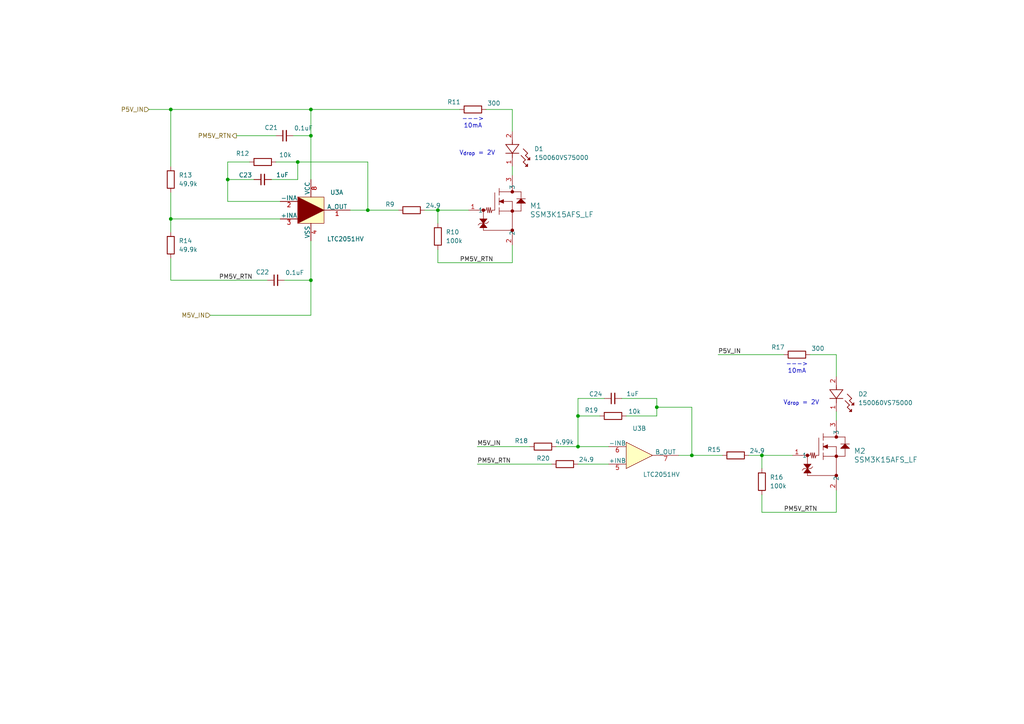
<source format=kicad_sch>
(kicad_sch
	(version 20250114)
	(generator "eeschema")
	(generator_version "9.0")
	(uuid "c56970b8-573b-432f-bb9b-d59e18817e69")
	(paper "A4")
	(lib_symbols
		(symbol "Analog_Devices:LTC2051HVIMS8_PBF"
			(pin_names
				(offset 0)
			)
			(exclude_from_sim no)
			(in_bom yes)
			(on_board yes)
			(property "Reference" "U"
				(at 7.112 0.508 0)
				(effects
					(font
						(size 1.27 1.27)
					)
				)
			)
			(property "Value" "LTC2051HVCS8#TRPBF"
				(at 13.97 10.16 0)
				(effects
					(font
						(size 1.27 1.27)
					)
				)
			)
			(property "Footprint" "Analog_Dev:R_8_ADI"
				(at -16.764 -3.81 0)
				(effects
					(font
						(size 1.27 1.27)
					)
					(hide yes)
				)
			)
			(property "Datasheet" "https://www.analog.com/media/en/technical-documentation/data-sheets/20512fd.pdf"
				(at -3.556 -14.224 0)
				(effects
					(font
						(size 1.27 1.27)
					)
					(hide yes)
				)
			)
			(property "Description" "IC OPAMP ZERO-DRIFT 2 CIRC 8SOIC"
				(at -0.508 -7.62 0)
				(show_name)
				(effects
					(font
						(size 1.27 1.27)
					)
					(hide yes)
				)
			)
			(property "Manufacturer" "Analog Devices Inc."
				(at 23.114 -11.43 0)
				(effects
					(font
						(size 1.27 1.27)
					)
					(hide yes)
				)
			)
			(property "Man. Part Num" "LTC2051HVCS8#TRPBF"
				(at -35.814 -7.112 0)
				(effects
					(font
						(size 1.27 1.27)
					)
					(hide yes)
				)
			)
			(property "Distributor" "Digi-Key"
				(at 29.972 -7.62 0)
				(effects
					(font
						(size 1.27 1.27)
					)
					(hide yes)
				)
			)
			(property "Dist. Part Num" "LTC2051HVCS8#TRPBFCT-ND"
				(at -5.842 -11.43 0)
				(effects
					(font
						(size 1.27 1.27)
					)
					(hide yes)
				)
			)
			(property "Part Type" "SMD"
				(at -1.27 -5.334 0)
				(effects
					(font
						(size 1.27 1.27)
					)
					(hide yes)
				)
			)
			(property "Package" "8-SOIC"
				(at -26.416 -10.922 0)
				(effects
					(font
						(size 1.27 1.27)
					)
					(hide yes)
				)
			)
			(property "Notes" ""
				(at 0 0 0)
				(effects
					(font
						(size 1.27 1.27)
					)
					(hide yes)
				)
			)
			(property "ki_locked" ""
				(at 0 0 0)
				(effects
					(font
						(size 1.27 1.27)
					)
				)
			)
			(symbol "LTC2051HVIMS8_PBF_1_1"
				(rectangle
					(start 0 7.62)
					(end 7.62 0)
					(stroke
						(width 0)
						(type default)
					)
					(fill
						(type background)
					)
				)
				(polyline
					(pts
						(xy 0 0) (xy 0 7.62) (xy 7.62 3.81) (xy 0 0)
					)
					(stroke
						(width 0)
						(type default)
					)
					(fill
						(type outline)
					)
				)
				(pin input line
					(at -5.08 6.35 0)
					(length 5.08)
					(name "-INA"
						(effects
							(font
								(size 1.27 1.27)
							)
						)
					)
					(number "2"
						(effects
							(font
								(size 1.27 1.27)
							)
						)
					)
				)
				(pin input line
					(at -5.08 1.27 0)
					(length 5.08)
					(name "+INA"
						(effects
							(font
								(size 1.27 1.27)
							)
						)
					)
					(number "3"
						(effects
							(font
								(size 1.27 1.27)
							)
						)
					)
				)
				(pin power_in line
					(at 3.81 12.7 270)
					(length 5.08)
					(name "VCC"
						(effects
							(font
								(size 1.27 1.27)
							)
						)
					)
					(number "8"
						(effects
							(font
								(size 1.27 1.27)
							)
						)
					)
				)
				(pin power_in line
					(at 3.81 -5.08 90)
					(length 5.08)
					(name "VSS"
						(effects
							(font
								(size 1.27 1.27)
							)
						)
					)
					(number "4"
						(effects
							(font
								(size 1.27 1.27)
							)
						)
					)
				)
				(pin output line
					(at 15.24 3.81 180)
					(length 7.62)
					(name "A_OUT"
						(effects
							(font
								(size 1.27 1.27)
							)
						)
					)
					(number "1"
						(effects
							(font
								(size 1.27 1.27)
							)
						)
					)
				)
			)
			(symbol "LTC2051HVIMS8_PBF_2_1"
				(polyline
					(pts
						(xy 0 0) (xy 0 7.62) (xy 7.62 3.81) (xy 0 0)
					)
					(stroke
						(width 0)
						(type default)
					)
					(fill
						(type background)
					)
				)
				(pin input line
					(at -5.08 6.35 0)
					(length 5.08)
					(name "-INB"
						(effects
							(font
								(size 1.27 1.27)
							)
						)
					)
					(number "6"
						(effects
							(font
								(size 1.27 1.27)
							)
						)
					)
				)
				(pin input line
					(at -5.08 1.27 0)
					(length 5.08)
					(name "+INB"
						(effects
							(font
								(size 1.27 1.27)
							)
						)
					)
					(number "5"
						(effects
							(font
								(size 1.27 1.27)
							)
						)
					)
				)
				(pin output line
					(at 15.24 3.81 180)
					(length 7.62)
					(name "B_OUT"
						(effects
							(font
								(size 1.27 1.27)
							)
						)
					)
					(number "7"
						(effects
							(font
								(size 1.27 1.27)
							)
						)
					)
				)
			)
			(embedded_fonts no)
		)
		(symbol "Device:C_Small"
			(pin_numbers
				(hide yes)
			)
			(pin_names
				(offset 0.254)
				(hide yes)
			)
			(exclude_from_sim no)
			(in_bom yes)
			(on_board yes)
			(property "Reference" "C"
				(at 0.254 1.778 0)
				(effects
					(font
						(size 1.27 1.27)
					)
					(justify left)
				)
			)
			(property "Value" "C_Small"
				(at 0.254 -2.032 0)
				(effects
					(font
						(size 1.27 1.27)
					)
					(justify left)
				)
			)
			(property "Footprint" ""
				(at 0 0 0)
				(effects
					(font
						(size 1.27 1.27)
					)
					(hide yes)
				)
			)
			(property "Datasheet" "~"
				(at 0 0 0)
				(effects
					(font
						(size 1.27 1.27)
					)
					(hide yes)
				)
			)
			(property "Description" "Unpolarized capacitor, small symbol"
				(at 0 0 0)
				(effects
					(font
						(size 1.27 1.27)
					)
					(hide yes)
				)
			)
			(property "ki_keywords" "capacitor cap"
				(at 0 0 0)
				(effects
					(font
						(size 1.27 1.27)
					)
					(hide yes)
				)
			)
			(property "ki_fp_filters" "C_*"
				(at 0 0 0)
				(effects
					(font
						(size 1.27 1.27)
					)
					(hide yes)
				)
			)
			(symbol "C_Small_0_1"
				(polyline
					(pts
						(xy -1.524 0.508) (xy 1.524 0.508)
					)
					(stroke
						(width 0.3048)
						(type default)
					)
					(fill
						(type none)
					)
				)
				(polyline
					(pts
						(xy -1.524 -0.508) (xy 1.524 -0.508)
					)
					(stroke
						(width 0.3302)
						(type default)
					)
					(fill
						(type none)
					)
				)
			)
			(symbol "C_Small_1_1"
				(pin passive line
					(at 0 2.54 270)
					(length 2.032)
					(name "~"
						(effects
							(font
								(size 1.27 1.27)
							)
						)
					)
					(number "1"
						(effects
							(font
								(size 1.27 1.27)
							)
						)
					)
				)
				(pin passive line
					(at 0 -2.54 90)
					(length 2.032)
					(name "~"
						(effects
							(font
								(size 1.27 1.27)
							)
						)
					)
					(number "2"
						(effects
							(font
								(size 1.27 1.27)
							)
						)
					)
				)
			)
			(embedded_fonts no)
		)
		(symbol "Device:R"
			(pin_numbers
				(hide yes)
			)
			(pin_names
				(offset 0)
			)
			(exclude_from_sim no)
			(in_bom yes)
			(on_board yes)
			(property "Reference" "R"
				(at 2.032 0 90)
				(effects
					(font
						(size 1.27 1.27)
					)
				)
			)
			(property "Value" "R"
				(at 0 0 90)
				(effects
					(font
						(size 1.27 1.27)
					)
				)
			)
			(property "Footprint" ""
				(at -1.778 0 90)
				(effects
					(font
						(size 1.27 1.27)
					)
					(hide yes)
				)
			)
			(property "Datasheet" "~"
				(at 0 0 0)
				(effects
					(font
						(size 1.27 1.27)
					)
					(hide yes)
				)
			)
			(property "Description" "Resistor"
				(at 0 0 0)
				(effects
					(font
						(size 1.27 1.27)
					)
					(hide yes)
				)
			)
			(property "ki_keywords" "R res resistor"
				(at 0 0 0)
				(effects
					(font
						(size 1.27 1.27)
					)
					(hide yes)
				)
			)
			(property "ki_fp_filters" "R_*"
				(at 0 0 0)
				(effects
					(font
						(size 1.27 1.27)
					)
					(hide yes)
				)
			)
			(symbol "R_0_1"
				(rectangle
					(start -1.016 -2.54)
					(end 1.016 2.54)
					(stroke
						(width 0.254)
						(type default)
					)
					(fill
						(type none)
					)
				)
			)
			(symbol "R_1_1"
				(pin passive line
					(at 0 3.81 270)
					(length 1.27)
					(name "~"
						(effects
							(font
								(size 1.27 1.27)
							)
						)
					)
					(number "1"
						(effects
							(font
								(size 1.27 1.27)
							)
						)
					)
				)
				(pin passive line
					(at 0 -3.81 90)
					(length 1.27)
					(name "~"
						(effects
							(font
								(size 1.27 1.27)
							)
						)
					)
					(number "2"
						(effects
							(font
								(size 1.27 1.27)
							)
						)
					)
				)
			)
			(embedded_fonts no)
		)
		(symbol "Toshiba_Semi:SSM3K15AFS_LF"
			(pin_names
				(offset 0.254)
			)
			(exclude_from_sim no)
			(in_bom yes)
			(on_board yes)
			(property "Reference" "MOSFET"
				(at 0 0 0)
				(effects
					(font
						(size 1.524 1.524)
					)
				)
			)
			(property "Value" "SSM3K15AFS_LF"
				(at 0 0 0)
				(effects
					(font
						(size 1.524 1.524)
					)
				)
			)
			(property "Footprint" "SSM_TOS"
				(at 0 0 0)
				(effects
					(font
						(size 1.27 1.27)
						(italic yes)
					)
					(hide yes)
				)
			)
			(property "Datasheet" "https://toshiba.semicon-storage.com/info/SSM3K15AFS_datasheet_en_20140301.pdf?did=5914&prodName=SSM3K15AFS"
				(at 0 0 0)
				(effects
					(font
						(size 1.27 1.27)
						(italic yes)
					)
					(hide yes)
				)
			)
			(property "Description" "MOSFET N-CH 30V 100MA SSM"
				(at 0 0 0)
				(effects
					(font
						(size 1.27 1.27)
					)
					(hide yes)
				)
			)
			(property "Manufacturer" "Toshiba Semiconductor and Storage"
				(at 0 0 0)
				(effects
					(font
						(size 1.27 1.27)
					)
					(hide yes)
				)
			)
			(property "Man. Part Num" "SSM3K15AFS,LF"
				(at 0 0 0)
				(effects
					(font
						(size 1.27 1.27)
					)
					(hide yes)
				)
			)
			(property "Distributor" "Digi-Key"
				(at 0 0 0)
				(effects
					(font
						(size 1.27 1.27)
					)
					(hide yes)
				)
			)
			(property "Dist. Part Num" "SSM3K15AFSLFCT-ND"
				(at 0 0 0)
				(effects
					(font
						(size 1.27 1.27)
					)
					(hide yes)
				)
			)
			(property "Part Type" "SMD"
				(at 0 0 0)
				(effects
					(font
						(size 1.27 1.27)
					)
					(hide yes)
				)
			)
			(property "Package" "SSM_TOS"
				(at 0 0 0)
				(effects
					(font
						(size 1.27 1.27)
					)
					(hide yes)
				)
			)
			(property "Notes" ""
				(at 0 0 0)
				(effects
					(font
						(size 1.27 1.27)
					)
					(hide yes)
				)
			)
			(property "ki_keywords" "SSM3K15AFS,LF"
				(at 0 0 0)
				(effects
					(font
						(size 1.27 1.27)
					)
					(hide yes)
				)
			)
			(property "ki_fp_filters" "SSM_TOS SSM_TOS-M SSM_TOS-L"
				(at 0 0 0)
				(effects
					(font
						(size 1.27 1.27)
					)
					(hide yes)
				)
			)
			(symbol "SSM3K15AFS_LF_0_1"
				(polyline
					(pts
						(xy 0 -7.62) (xy 2.54 -7.62)
					)
					(stroke
						(width 0.1524)
						(type default)
					)
					(fill
						(type none)
					)
				)
				(polyline
					(pts
						(xy 0.762 -10.16) (xy 1.778 -11.43)
					)
					(stroke
						(width 0.1524)
						(type default)
					)
					(fill
						(type none)
					)
				)
				(polyline
					(pts
						(xy 0.762 -10.16) (xy 1.778 -11.43) (xy 0.762 -12.7) (xy 2.794 -12.7) (xy 1.778 -11.43) (xy 2.794 -10.16)
					)
					(stroke
						(width 0)
						(type default)
					)
					(fill
						(type outline)
					)
				)
				(polyline
					(pts
						(xy 0.762 -11.43) (xy 0.254 -11.938)
					)
					(stroke
						(width 0.1524)
						(type default)
					)
					(fill
						(type none)
					)
				)
				(polyline
					(pts
						(xy 0.762 -11.43) (xy 2.794 -11.43)
					)
					(stroke
						(width 0.1524)
						(type default)
					)
					(fill
						(type none)
					)
				)
				(polyline
					(pts
						(xy 0.762 -12.7) (xy 2.794 -12.7)
					)
					(stroke
						(width 0.1524)
						(type default)
					)
					(fill
						(type none)
					)
				)
				(polyline
					(pts
						(xy 1.778 -7.62) (xy 1.778 -10.16)
					)
					(stroke
						(width 0.1524)
						(type default)
					)
					(fill
						(type none)
					)
				)
				(circle
					(center 1.778 -7.62)
					(radius 0.254)
					(stroke
						(width 0.508)
						(type default)
					)
					(fill
						(type none)
					)
				)
				(polyline
					(pts
						(xy 1.778 -11.43) (xy 0.762 -12.7)
					)
					(stroke
						(width 0.1524)
						(type default)
					)
					(fill
						(type none)
					)
				)
				(polyline
					(pts
						(xy 1.778 -11.43) (xy 2.794 -10.16)
					)
					(stroke
						(width 0.1524)
						(type default)
					)
					(fill
						(type none)
					)
				)
				(polyline
					(pts
						(xy 1.778 -12.7) (xy 1.778 -13.462)
					)
					(stroke
						(width 0.1524)
						(type default)
					)
					(fill
						(type none)
					)
				)
				(polyline
					(pts
						(xy 1.778 -13.462) (xy 10.16 -13.462)
					)
					(stroke
						(width 0.1524)
						(type default)
					)
					(fill
						(type none)
					)
				)
				(polyline
					(pts
						(xy 2.794 -6.858) (xy 2.54 -7.62)
					)
					(stroke
						(width 0.1524)
						(type default)
					)
					(fill
						(type none)
					)
				)
				(polyline
					(pts
						(xy 2.794 -10.16) (xy 0.762 -10.16)
					)
					(stroke
						(width 0.1524)
						(type default)
					)
					(fill
						(type none)
					)
				)
				(polyline
					(pts
						(xy 2.794 -11.43) (xy 3.302 -10.922)
					)
					(stroke
						(width 0.1524)
						(type default)
					)
					(fill
						(type none)
					)
				)
				(polyline
					(pts
						(xy 2.794 -12.7) (xy 1.778 -11.43)
					)
					(stroke
						(width 0.1524)
						(type default)
					)
					(fill
						(type none)
					)
				)
				(polyline
					(pts
						(xy 3.048 -8.382) (xy 2.794 -6.858)
					)
					(stroke
						(width 0.1524)
						(type default)
					)
					(fill
						(type none)
					)
				)
				(polyline
					(pts
						(xy 3.302 -6.858) (xy 3.048 -8.382)
					)
					(stroke
						(width 0.1524)
						(type default)
					)
					(fill
						(type none)
					)
				)
				(polyline
					(pts
						(xy 3.556 -8.382) (xy 3.302 -6.858)
					)
					(stroke
						(width 0.1524)
						(type default)
					)
					(fill
						(type none)
					)
				)
				(polyline
					(pts
						(xy 3.81 -6.858) (xy 3.556 -8.382)
					)
					(stroke
						(width 0.1524)
						(type default)
					)
					(fill
						(type none)
					)
				)
				(polyline
					(pts
						(xy 4.064 -8.382) (xy 3.81 -6.858)
					)
					(stroke
						(width 0.1524)
						(type default)
					)
					(fill
						(type none)
					)
				)
				(polyline
					(pts
						(xy 4.318 -7.62) (xy 4.064 -8.382)
					)
					(stroke
						(width 0.1524)
						(type default)
					)
					(fill
						(type none)
					)
				)
				(polyline
					(pts
						(xy 5.08 -7.62) (xy 4.318 -7.62)
					)
					(stroke
						(width 0.1524)
						(type default)
					)
					(fill
						(type none)
					)
				)
				(polyline
					(pts
						(xy 5.08 -7.62) (xy 5.08 -2.54)
					)
					(stroke
						(width 0.1524)
						(type default)
					)
					(fill
						(type none)
					)
				)
				(polyline
					(pts
						(xy 6.35 -3.302) (xy 6.35 -1.27)
					)
					(stroke
						(width 0.1524)
						(type default)
					)
					(fill
						(type none)
					)
				)
				(polyline
					(pts
						(xy 6.35 -5.08) (xy 7.62 -4.572)
					)
					(stroke
						(width 0.1524)
						(type default)
					)
					(fill
						(type none)
					)
				)
				(polyline
					(pts
						(xy 6.35 -6.096) (xy 6.35 -4.064)
					)
					(stroke
						(width 0.1524)
						(type default)
					)
					(fill
						(type none)
					)
				)
				(polyline
					(pts
						(xy 6.35 -7.874) (xy 12.7 -7.874)
					)
					(stroke
						(width 0.1524)
						(type default)
					)
					(fill
						(type none)
					)
				)
				(polyline
					(pts
						(xy 6.35 -8.89) (xy 6.35 -6.858)
					)
					(stroke
						(width 0.1524)
						(type default)
					)
					(fill
						(type none)
					)
				)
				(polyline
					(pts
						(xy 7.62 -4.572) (xy 7.62 -5.588)
					)
					(stroke
						(width 0.1524)
						(type default)
					)
					(fill
						(type none)
					)
				)
				(polyline
					(pts
						(xy 7.62 -4.572) (xy 6.35 -5.08) (xy 7.62 -5.588)
					)
					(stroke
						(width 0)
						(type default)
					)
					(fill
						(type outline)
					)
				)
				(polyline
					(pts
						(xy 7.62 -5.08) (xy 10.16 -5.08)
					)
					(stroke
						(width 0.1524)
						(type default)
					)
					(fill
						(type none)
					)
				)
				(polyline
					(pts
						(xy 7.62 -5.588) (xy 6.35 -5.08)
					)
					(stroke
						(width 0.1524)
						(type default)
					)
					(fill
						(type none)
					)
				)
				(polyline
					(pts
						(xy 10.16 0) (xy 10.16 -2.286)
					)
					(stroke
						(width 0.1524)
						(type default)
					)
					(fill
						(type none)
					)
				)
				(circle
					(center 10.16 -2.286)
					(radius 0.254)
					(stroke
						(width 0.508)
						(type default)
					)
					(fill
						(type none)
					)
				)
				(polyline
					(pts
						(xy 10.16 -5.08) (xy 10.16 -15.24)
					)
					(stroke
						(width 0.1524)
						(type default)
					)
					(fill
						(type none)
					)
				)
				(circle
					(center 10.16 -7.874)
					(radius 0.254)
					(stroke
						(width 0.508)
						(type default)
					)
					(fill
						(type none)
					)
				)
				(circle
					(center 10.16 -13.462)
					(radius 0.254)
					(stroke
						(width 0.508)
						(type default)
					)
					(fill
						(type none)
					)
				)
				(polyline
					(pts
						(xy 11.43 -4.318) (xy 13.97 -4.318)
					)
					(stroke
						(width 0.1524)
						(type default)
					)
					(fill
						(type none)
					)
				)
				(polyline
					(pts
						(xy 11.43 -5.588) (xy 13.97 -5.588)
					)
					(stroke
						(width 0.1524)
						(type default)
					)
					(fill
						(type none)
					)
				)
				(polyline
					(pts
						(xy 12.7 -2.286) (xy 6.35 -2.286)
					)
					(stroke
						(width 0.1524)
						(type default)
					)
					(fill
						(type none)
					)
				)
				(polyline
					(pts
						(xy 12.7 -4.318) (xy 11.43 -5.588)
					)
					(stroke
						(width 0.1524)
						(type default)
					)
					(fill
						(type none)
					)
				)
				(polyline
					(pts
						(xy 12.7 -4.318) (xy 12.7 -2.286)
					)
					(stroke
						(width 0.1524)
						(type default)
					)
					(fill
						(type none)
					)
				)
				(polyline
					(pts
						(xy 12.7 -4.318) (xy 11.43 -5.588) (xy 13.97 -5.588)
					)
					(stroke
						(width 0)
						(type default)
					)
					(fill
						(type outline)
					)
				)
				(polyline
					(pts
						(xy 12.7 -7.874) (xy 12.7 -5.588)
					)
					(stroke
						(width 0.1524)
						(type default)
					)
					(fill
						(type none)
					)
				)
				(polyline
					(pts
						(xy 13.97 -5.588) (xy 12.7 -4.318)
					)
					(stroke
						(width 0.1524)
						(type default)
					)
					(fill
						(type none)
					)
				)
				(pin unspecified line
					(at -2.54 -7.62 0)
					(length 2.54)
					(name "1"
						(effects
							(font
								(size 1.27 1.27)
							)
						)
					)
					(number "1"
						(effects
							(font
								(size 1.27 1.27)
							)
						)
					)
				)
				(pin unspecified line
					(at 10.16 2.54 270)
					(length 2.54)
					(name "3"
						(effects
							(font
								(size 1.27 1.27)
							)
						)
					)
					(number "3"
						(effects
							(font
								(size 1.27 1.27)
							)
						)
					)
				)
				(pin unspecified line
					(at 10.16 -17.78 90)
					(length 2.54)
					(name "2"
						(effects
							(font
								(size 1.27 1.27)
							)
						)
					)
					(number "2"
						(effects
							(font
								(size 1.27 1.27)
							)
						)
					)
				)
			)
			(embedded_fonts no)
		)
		(symbol "Wurth_Elektronik:150060AS75000"
			(pin_names
				(offset 0.254)
			)
			(exclude_from_sim no)
			(in_bom yes)
			(on_board yes)
			(property "Reference" "LED"
				(at 5.08 -4.445 0)
				(effects
					(font
						(size 1.524 1.524)
					)
				)
			)
			(property "Value" "150060AS75000"
				(at 5.08 -7.62 0)
				(effects
					(font
						(size 1.524 1.524)
					)
				)
			)
			(property "Footprint" "LED_0AS75000_WRE"
				(at 0 0 0)
				(effects
					(font
						(size 1.27 1.27)
						(italic yes)
					)
					(hide yes)
				)
			)
			(property "Datasheet" "https://www.we-online.com/components/products/datasheet/150060AS75000.pdf"
				(at 0 0 0)
				(effects
					(font
						(size 1.27 1.27)
						(italic yes)
					)
					(hide yes)
				)
			)
			(property "Description" "LED AMBER CLEAR 0603 SMD"
				(at 0 0 0)
				(effects
					(font
						(size 1.27 1.27)
					)
					(hide yes)
				)
			)
			(property "Package" "0603"
				(at 0 0 0)
				(effects
					(font
						(size 1.27 1.27)
					)
					(hide yes)
				)
			)
			(property "Manufacturer" "Würth Elektronik"
				(at 0 0 0)
				(effects
					(font
						(size 1.27 1.27)
					)
					(hide yes)
				)
			)
			(property "Man. Part Num" "150060AS75000"
				(at 0 0 0)
				(effects
					(font
						(size 1.27 1.27)
					)
					(hide yes)
				)
			)
			(property "Distributor" "Digi-Key"
				(at 0 0 0)
				(effects
					(font
						(size 1.27 1.27)
					)
					(hide yes)
				)
			)
			(property "Dist. Part Num" "732-150060AS75000CT-ND"
				(at 0 0 0)
				(effects
					(font
						(size 1.27 1.27)
					)
					(hide yes)
				)
			)
			(property "Part Type" "SMD"
				(at 0 0 0)
				(effects
					(font
						(size 1.27 1.27)
					)
					(hide yes)
				)
			)
			(property "Notes" ""
				(at 0 0 0)
				(effects
					(font
						(size 1.27 1.27)
					)
					(hide yes)
				)
			)
			(property "ki_keywords" "150060AS75000"
				(at 0 0 0)
				(effects
					(font
						(size 1.27 1.27)
					)
					(hide yes)
				)
			)
			(property "ki_fp_filters" "LED_0AS75000_WRE"
				(at 0 0 0)
				(effects
					(font
						(size 1.27 1.27)
					)
					(hide yes)
				)
			)
			(symbol "150060AS75000_0_1"
				(polyline
					(pts
						(xy 2.54 0) (xy 3.4798 0)
					)
					(stroke
						(width 0.2032)
						(type default)
					)
					(fill
						(type none)
					)
				)
				(polyline
					(pts
						(xy 3.175 0) (xy 3.81 0)
					)
					(stroke
						(width 0.2032)
						(type default)
					)
					(fill
						(type none)
					)
				)
				(polyline
					(pts
						(xy 3.81 1.905) (xy 3.81 -1.905)
					)
					(stroke
						(width 0.2032)
						(type default)
					)
					(fill
						(type none)
					)
				)
				(polyline
					(pts
						(xy 3.81 -1.905) (xy 6.35 0)
					)
					(stroke
						(width 0.2032)
						(type default)
					)
					(fill
						(type none)
					)
				)
				(polyline
					(pts
						(xy 5.08 3.175) (xy 6.35 4.445)
					)
					(stroke
						(width 0.2032)
						(type default)
					)
					(fill
						(type none)
					)
				)
				(polyline
					(pts
						(xy 6.35 4.445) (xy 6.985 3.81)
					)
					(stroke
						(width 0.2032)
						(type default)
					)
					(fill
						(type none)
					)
				)
				(polyline
					(pts
						(xy 6.35 0) (xy 3.81 1.905)
					)
					(stroke
						(width 0.2032)
						(type default)
					)
					(fill
						(type none)
					)
				)
				(polyline
					(pts
						(xy 6.35 0) (xy 7.62 0)
					)
					(stroke
						(width 0.2032)
						(type default)
					)
					(fill
						(type none)
					)
				)
				(polyline
					(pts
						(xy 6.35 -1.905) (xy 6.35 1.905)
					)
					(stroke
						(width 0.2032)
						(type default)
					)
					(fill
						(type none)
					)
				)
				(polyline
					(pts
						(xy 6.985 3.81) (xy 8.255 5.08)
					)
					(stroke
						(width 0.2032)
						(type default)
					)
					(fill
						(type none)
					)
				)
				(polyline
					(pts
						(xy 6.985 2.54) (xy 8.255 3.81)
					)
					(stroke
						(width 0.2032)
						(type default)
					)
					(fill
						(type none)
					)
				)
				(polyline
					(pts
						(xy 7.62 5.08) (xy 8.255 4.445)
					)
					(stroke
						(width 0.2032)
						(type default)
					)
					(fill
						(type none)
					)
				)
				(polyline
					(pts
						(xy 8.255 5.08) (xy 7.62 5.08)
					)
					(stroke
						(width 0.2032)
						(type default)
					)
					(fill
						(type none)
					)
				)
				(polyline
					(pts
						(xy 8.255 4.445) (xy 8.255 5.08)
					)
					(stroke
						(width 0.2032)
						(type default)
					)
					(fill
						(type none)
					)
				)
				(polyline
					(pts
						(xy 8.255 3.81) (xy 8.89 3.175)
					)
					(stroke
						(width 0.2032)
						(type default)
					)
					(fill
						(type none)
					)
				)
				(polyline
					(pts
						(xy 8.89 3.175) (xy 10.16 4.445)
					)
					(stroke
						(width 0.2032)
						(type default)
					)
					(fill
						(type none)
					)
				)
				(polyline
					(pts
						(xy 9.525 4.445) (xy 10.16 3.81)
					)
					(stroke
						(width 0.2032)
						(type default)
					)
					(fill
						(type none)
					)
				)
				(polyline
					(pts
						(xy 10.16 4.445) (xy 9.525 4.445)
					)
					(stroke
						(width 0.2032)
						(type default)
					)
					(fill
						(type none)
					)
				)
				(polyline
					(pts
						(xy 10.16 3.81) (xy 10.16 4.445)
					)
					(stroke
						(width 0.2032)
						(type default)
					)
					(fill
						(type none)
					)
				)
				(pin unspecified line
					(at 0 0 0)
					(length 2.54)
					(name ""
						(effects
							(font
								(size 1.27 1.27)
							)
						)
					)
					(number "2"
						(effects
							(font
								(size 1.27 1.27)
							)
						)
					)
				)
				(pin unspecified line
					(at 10.16 0 180)
					(length 2.54)
					(name ""
						(effects
							(font
								(size 1.27 1.27)
							)
						)
					)
					(number "1"
						(effects
							(font
								(size 1.27 1.27)
							)
						)
					)
				)
			)
			(embedded_fonts no)
		)
	)
	(text "--->\n10mA"
		(exclude_from_sim no)
		(at 231.14 106.68 0)
		(effects
			(font
				(size 1.27 1.27)
			)
		)
		(uuid "0d2a1502-a669-48b9-be2b-ec3cbb4b9830")
	)
	(text "V_{drop} = 2V"
		(exclude_from_sim no)
		(at 232.41 116.84 0)
		(effects
			(font
				(size 1.27 1.27)
			)
		)
		(uuid "621770bb-3b43-4fe5-ac32-6af9746a1d05")
	)
	(text "--->\n10mA"
		(exclude_from_sim no)
		(at 137.16 35.56 0)
		(effects
			(font
				(size 1.27 1.27)
			)
		)
		(uuid "72806a90-45ce-40fc-97a2-22eac4438c0c")
	)
	(text "V_{drop} = 2V"
		(exclude_from_sim no)
		(at 138.43 44.45 0)
		(effects
			(font
				(size 1.27 1.27)
			)
		)
		(uuid "a4d738fb-e3a7-4ac3-a95d-dcc57fea126d")
	)
	(junction
		(at 86.36 46.99)
		(diameter 0)
		(color 0 0 0 0)
		(uuid "31491f16-aec3-4852-bac4-1ec1decdece2")
	)
	(junction
		(at 167.64 120.65)
		(diameter 0)
		(color 0 0 0 0)
		(uuid "3f2b1d6d-8a72-4255-81d8-dff7a94c78de")
	)
	(junction
		(at 90.17 81.28)
		(diameter 0)
		(color 0 0 0 0)
		(uuid "544a90f8-faf2-47e5-9d38-1a8be7603c27")
	)
	(junction
		(at 200.66 132.08)
		(diameter 0)
		(color 0 0 0 0)
		(uuid "646ab8e7-aafc-4926-9e9a-2b9fc56899ff")
	)
	(junction
		(at 220.98 132.08)
		(diameter 0)
		(color 0 0 0 0)
		(uuid "71965b16-10c1-4b66-a32e-4eddf76bca33")
	)
	(junction
		(at 66.04 52.07)
		(diameter 0)
		(color 0 0 0 0)
		(uuid "7f3539cc-b96c-4da6-bde3-cd625dd94466")
	)
	(junction
		(at 167.64 129.54)
		(diameter 0)
		(color 0 0 0 0)
		(uuid "8d8ca58b-1574-4a04-bf11-1941799ee1a7")
	)
	(junction
		(at 90.17 39.37)
		(diameter 0)
		(color 0 0 0 0)
		(uuid "99de87a6-b2b6-4066-a494-e77ae2dc5e8b")
	)
	(junction
		(at 49.53 63.5)
		(diameter 0)
		(color 0 0 0 0)
		(uuid "b1aebae8-a890-4fe1-8262-593c8ab3a699")
	)
	(junction
		(at 106.68 60.96)
		(diameter 0)
		(color 0 0 0 0)
		(uuid "c81bedb6-6988-40d2-91a6-ed97b9d7e47e")
	)
	(junction
		(at 127 60.96)
		(diameter 0)
		(color 0 0 0 0)
		(uuid "d84afa4e-56f7-4d1b-b4ca-da59cbf83b48")
	)
	(junction
		(at 190.5 118.11)
		(diameter 0)
		(color 0 0 0 0)
		(uuid "e8f7327f-ea65-427f-a0dc-5b430ceae160")
	)
	(junction
		(at 90.17 31.75)
		(diameter 0)
		(color 0 0 0 0)
		(uuid "e962d344-9538-4584-9347-780998ea8a3d")
	)
	(junction
		(at 49.53 31.75)
		(diameter 0)
		(color 0 0 0 0)
		(uuid "ec68155a-4cbd-4256-bec5-727657394b84")
	)
	(wire
		(pts
			(xy 180.34 115.57) (xy 190.5 115.57)
		)
		(stroke
			(width 0)
			(type default)
		)
		(uuid "0139e3e9-f982-418c-983b-ad781604cfb8")
	)
	(wire
		(pts
			(xy 190.5 118.11) (xy 200.66 118.11)
		)
		(stroke
			(width 0)
			(type default)
		)
		(uuid "081be4bf-5b92-4a5d-ada0-ef5bd37bb4ce")
	)
	(wire
		(pts
			(xy 106.68 60.96) (xy 101.6 60.96)
		)
		(stroke
			(width 0)
			(type default)
		)
		(uuid "0c30e962-ecd0-47ac-a458-b7db41f0e03a")
	)
	(wire
		(pts
			(xy 49.53 63.5) (xy 81.28 63.5)
		)
		(stroke
			(width 0)
			(type default)
		)
		(uuid "0f018425-f7f7-4064-9735-a1091ab21aa4")
	)
	(wire
		(pts
			(xy 234.95 102.87) (xy 242.57 102.87)
		)
		(stroke
			(width 0)
			(type default)
		)
		(uuid "1dd669f3-8ec8-4252-8d75-fce28eef4d37")
	)
	(wire
		(pts
			(xy 123.19 60.96) (xy 127 60.96)
		)
		(stroke
			(width 0)
			(type default)
		)
		(uuid "1e951583-6459-429c-865e-8e314050f886")
	)
	(wire
		(pts
			(xy 90.17 52.07) (xy 90.17 39.37)
		)
		(stroke
			(width 0)
			(type default)
		)
		(uuid "2d51f436-27fb-492b-a9b2-41063c9062c1")
	)
	(wire
		(pts
			(xy 127 76.2) (xy 127 72.39)
		)
		(stroke
			(width 0)
			(type default)
		)
		(uuid "3032c943-45ea-45ec-87eb-7cdfceccf8a5")
	)
	(wire
		(pts
			(xy 73.66 52.07) (xy 66.04 52.07)
		)
		(stroke
			(width 0)
			(type default)
		)
		(uuid "30cee54b-1cc5-417e-9a6e-da802be2abb4")
	)
	(wire
		(pts
			(xy 227.33 102.87) (xy 208.28 102.87)
		)
		(stroke
			(width 0)
			(type default)
		)
		(uuid "320ef472-902b-4728-896e-e8f591fcacd8")
	)
	(wire
		(pts
			(xy 49.53 63.5) (xy 49.53 67.31)
		)
		(stroke
			(width 0)
			(type default)
		)
		(uuid "34efe1a3-6d72-44bb-a703-e1523cdd0f87")
	)
	(wire
		(pts
			(xy 90.17 31.75) (xy 133.35 31.75)
		)
		(stroke
			(width 0)
			(type default)
		)
		(uuid "35d1fb73-e665-4640-8fe1-95d88fd6fcac")
	)
	(wire
		(pts
			(xy 90.17 81.28) (xy 82.55 81.28)
		)
		(stroke
			(width 0)
			(type default)
		)
		(uuid "38b69809-d743-4297-b9aa-f8f7ef79e59c")
	)
	(wire
		(pts
			(xy 90.17 81.28) (xy 90.17 91.44)
		)
		(stroke
			(width 0)
			(type default)
		)
		(uuid "3d2c1a63-d258-404b-9bf0-00756f51c5cf")
	)
	(wire
		(pts
			(xy 190.5 115.57) (xy 190.5 118.11)
		)
		(stroke
			(width 0)
			(type default)
		)
		(uuid "4b30f641-6cb4-4006-b569-313dd1835c17")
	)
	(wire
		(pts
			(xy 173.99 120.65) (xy 167.64 120.65)
		)
		(stroke
			(width 0)
			(type default)
		)
		(uuid "504ab705-03ac-4de9-93b1-0f80be4b4d57")
	)
	(wire
		(pts
			(xy 190.5 120.65) (xy 181.61 120.65)
		)
		(stroke
			(width 0)
			(type default)
		)
		(uuid "5356bae1-c387-4aa6-a985-c396e87af52e")
	)
	(wire
		(pts
			(xy 148.59 71.12) (xy 148.59 76.2)
		)
		(stroke
			(width 0)
			(type default)
		)
		(uuid "543cb7f6-59da-4022-b167-ea6077abd521")
	)
	(wire
		(pts
			(xy 78.74 52.07) (xy 86.36 52.07)
		)
		(stroke
			(width 0)
			(type default)
		)
		(uuid "55b0bd16-040c-46e5-90b8-536340fef29e")
	)
	(wire
		(pts
			(xy 167.64 129.54) (xy 176.53 129.54)
		)
		(stroke
			(width 0)
			(type default)
		)
		(uuid "59d44f72-0bca-4fcd-a0fe-0213ed644e78")
	)
	(wire
		(pts
			(xy 86.36 46.99) (xy 106.68 46.99)
		)
		(stroke
			(width 0)
			(type default)
		)
		(uuid "5d1ed5eb-2012-483f-b6cd-aaa623031e9d")
	)
	(wire
		(pts
			(xy 153.67 129.54) (xy 138.43 129.54)
		)
		(stroke
			(width 0)
			(type default)
		)
		(uuid "6145ca94-13d6-47bb-8183-d3fb3c5cf1a5")
	)
	(wire
		(pts
			(xy 49.53 63.5) (xy 49.53 55.88)
		)
		(stroke
			(width 0)
			(type default)
		)
		(uuid "619597c2-e070-4929-ac28-6cbbc32ea804")
	)
	(wire
		(pts
			(xy 49.53 31.75) (xy 49.53 48.26)
		)
		(stroke
			(width 0)
			(type default)
		)
		(uuid "6260ac45-aeca-4f4a-af26-ce620911cef2")
	)
	(wire
		(pts
			(xy 43.18 31.75) (xy 49.53 31.75)
		)
		(stroke
			(width 0)
			(type default)
		)
		(uuid "6ed53025-98ca-4012-b2cb-2e21696ba4be")
	)
	(wire
		(pts
			(xy 72.39 46.99) (xy 66.04 46.99)
		)
		(stroke
			(width 0)
			(type default)
		)
		(uuid "72708f3c-a31b-44b9-b9fe-9b37ce801af5")
	)
	(wire
		(pts
			(xy 167.64 120.65) (xy 167.64 115.57)
		)
		(stroke
			(width 0)
			(type default)
		)
		(uuid "7964fd54-a481-4305-837b-5f2b1941482a")
	)
	(wire
		(pts
			(xy 167.64 120.65) (xy 167.64 129.54)
		)
		(stroke
			(width 0)
			(type default)
		)
		(uuid "83c9efb6-e026-4b10-a308-0a274aed8fff")
	)
	(wire
		(pts
			(xy 242.57 119.38) (xy 242.57 121.92)
		)
		(stroke
			(width 0)
			(type default)
		)
		(uuid "888705aa-77aa-4471-b193-75aa7b4c95c8")
	)
	(wire
		(pts
			(xy 49.53 31.75) (xy 90.17 31.75)
		)
		(stroke
			(width 0)
			(type default)
		)
		(uuid "8f3413b0-36ba-42c8-948c-93e51bbecaae")
	)
	(wire
		(pts
			(xy 176.53 134.62) (xy 167.64 134.62)
		)
		(stroke
			(width 0)
			(type default)
		)
		(uuid "903d9f05-9c61-4542-99db-d90ecb4ccece")
	)
	(wire
		(pts
			(xy 66.04 52.07) (xy 66.04 58.42)
		)
		(stroke
			(width 0)
			(type default)
		)
		(uuid "91a42279-46b9-4495-a24c-05cd29408f56")
	)
	(wire
		(pts
			(xy 190.5 118.11) (xy 190.5 120.65)
		)
		(stroke
			(width 0)
			(type default)
		)
		(uuid "9545bf2f-276d-4a57-96c5-b52833a717ab")
	)
	(wire
		(pts
			(xy 85.09 39.37) (xy 90.17 39.37)
		)
		(stroke
			(width 0)
			(type default)
		)
		(uuid "a138197d-d139-4707-a2bf-46bd93fb300c")
	)
	(wire
		(pts
			(xy 80.01 46.99) (xy 86.36 46.99)
		)
		(stroke
			(width 0)
			(type default)
		)
		(uuid "a4310658-b62f-45b9-8a55-9066654593a4")
	)
	(wire
		(pts
			(xy 127 60.96) (xy 135.89 60.96)
		)
		(stroke
			(width 0)
			(type default)
		)
		(uuid "a5e23ef6-c28b-466c-bb39-93f1c0499179")
	)
	(wire
		(pts
			(xy 220.98 135.89) (xy 220.98 132.08)
		)
		(stroke
			(width 0)
			(type default)
		)
		(uuid "a7170d2a-6055-4fd7-b040-71be032bb1e8")
	)
	(wire
		(pts
			(xy 220.98 148.59) (xy 220.98 143.51)
		)
		(stroke
			(width 0)
			(type default)
		)
		(uuid "aaa67824-bbc1-4c24-85d6-97b956e14af4")
	)
	(wire
		(pts
			(xy 115.57 60.96) (xy 106.68 60.96)
		)
		(stroke
			(width 0)
			(type default)
		)
		(uuid "b1568e7c-a7db-4dc3-b388-f1722558908e")
	)
	(wire
		(pts
			(xy 140.97 31.75) (xy 148.59 31.75)
		)
		(stroke
			(width 0)
			(type default)
		)
		(uuid "b45229b8-c799-4285-965b-30fc7ddaeef0")
	)
	(wire
		(pts
			(xy 60.96 91.44) (xy 90.17 91.44)
		)
		(stroke
			(width 0)
			(type default)
		)
		(uuid "b5b47072-f6fc-4657-9263-933bde585689")
	)
	(wire
		(pts
			(xy 66.04 58.42) (xy 81.28 58.42)
		)
		(stroke
			(width 0)
			(type default)
		)
		(uuid "be477c73-9543-485c-9dc2-5027a305233f")
	)
	(wire
		(pts
			(xy 217.17 132.08) (xy 220.98 132.08)
		)
		(stroke
			(width 0)
			(type default)
		)
		(uuid "c255ff74-1756-4666-ba0d-40fa159f1916")
	)
	(wire
		(pts
			(xy 90.17 69.85) (xy 90.17 81.28)
		)
		(stroke
			(width 0)
			(type default)
		)
		(uuid "c7c14ff2-f20f-42c1-870c-402b88834af0")
	)
	(wire
		(pts
			(xy 148.59 50.8) (xy 148.59 48.26)
		)
		(stroke
			(width 0)
			(type default)
		)
		(uuid "cc01c56f-fd36-4ef2-8b5c-04b065616489")
	)
	(wire
		(pts
			(xy 161.29 129.54) (xy 167.64 129.54)
		)
		(stroke
			(width 0)
			(type default)
		)
		(uuid "cc55f10c-b524-4fb8-a710-bf167f792fda")
	)
	(wire
		(pts
			(xy 86.36 52.07) (xy 86.36 46.99)
		)
		(stroke
			(width 0)
			(type default)
		)
		(uuid "ce0b6e51-9949-4625-9036-a270fc904cba")
	)
	(wire
		(pts
			(xy 242.57 142.24) (xy 242.57 148.59)
		)
		(stroke
			(width 0)
			(type default)
		)
		(uuid "cf4713da-1680-4f5f-9c45-d5c1bcb90aa1")
	)
	(wire
		(pts
			(xy 90.17 39.37) (xy 90.17 31.75)
		)
		(stroke
			(width 0)
			(type default)
		)
		(uuid "d073ff6f-398c-4402-837f-e40e81d0fe9c")
	)
	(wire
		(pts
			(xy 127 64.77) (xy 127 60.96)
		)
		(stroke
			(width 0)
			(type default)
		)
		(uuid "d0f6b7f0-4044-4348-972f-8173e7f1054a")
	)
	(wire
		(pts
			(xy 148.59 31.75) (xy 148.59 38.1)
		)
		(stroke
			(width 0)
			(type default)
		)
		(uuid "d113e16f-3ebe-4513-b4bc-dfba40020b0d")
	)
	(wire
		(pts
			(xy 148.59 76.2) (xy 127 76.2)
		)
		(stroke
			(width 0)
			(type default)
		)
		(uuid "d34052f2-a17b-4b95-acc7-9aec34862d7c")
	)
	(wire
		(pts
			(xy 200.66 132.08) (xy 196.85 132.08)
		)
		(stroke
			(width 0)
			(type default)
		)
		(uuid "d7a4b85b-4922-4f73-bdb4-6f796070247b")
	)
	(wire
		(pts
			(xy 49.53 74.93) (xy 49.53 81.28)
		)
		(stroke
			(width 0)
			(type default)
		)
		(uuid "d9023ad8-ea46-4fdb-ab1f-75952fb8a5d1")
	)
	(wire
		(pts
			(xy 242.57 102.87) (xy 242.57 109.22)
		)
		(stroke
			(width 0)
			(type default)
		)
		(uuid "dacb9842-cdda-4c41-ae7c-264e90349ce7")
	)
	(wire
		(pts
			(xy 200.66 118.11) (xy 200.66 132.08)
		)
		(stroke
			(width 0)
			(type default)
		)
		(uuid "e2822319-ad76-4e16-9f8a-e918a40dc26a")
	)
	(wire
		(pts
			(xy 220.98 132.08) (xy 229.87 132.08)
		)
		(stroke
			(width 0)
			(type default)
		)
		(uuid "e6b92cea-6116-4f5c-9872-086efa0ed3c0")
	)
	(wire
		(pts
			(xy 106.68 46.99) (xy 106.68 60.96)
		)
		(stroke
			(width 0)
			(type default)
		)
		(uuid "e93b80d9-009f-4d4d-8846-0dd393c71b85")
	)
	(wire
		(pts
			(xy 167.64 115.57) (xy 175.26 115.57)
		)
		(stroke
			(width 0)
			(type default)
		)
		(uuid "e9bbadd2-c5d5-4379-9279-443b65c224d9")
	)
	(wire
		(pts
			(xy 160.02 134.62) (xy 138.43 134.62)
		)
		(stroke
			(width 0)
			(type default)
		)
		(uuid "ecd6d7f6-a69c-46e5-822e-82d8888ed4d6")
	)
	(wire
		(pts
			(xy 66.04 46.99) (xy 66.04 52.07)
		)
		(stroke
			(width 0)
			(type default)
		)
		(uuid "ed825458-693c-45ea-844c-afd5144a437b")
	)
	(wire
		(pts
			(xy 80.01 39.37) (xy 68.58 39.37)
		)
		(stroke
			(width 0)
			(type default)
		)
		(uuid "f08e9fd4-c2b6-4399-accb-873c4ea048cd")
	)
	(wire
		(pts
			(xy 49.53 81.28) (xy 77.47 81.28)
		)
		(stroke
			(width 0)
			(type default)
		)
		(uuid "f3c708f0-fbad-4d93-9c72-45ee58ff1ecb")
	)
	(wire
		(pts
			(xy 209.55 132.08) (xy 200.66 132.08)
		)
		(stroke
			(width 0)
			(type default)
		)
		(uuid "f6430a93-9711-40a4-9e8b-b57038c03f85")
	)
	(wire
		(pts
			(xy 242.57 148.59) (xy 220.98 148.59)
		)
		(stroke
			(width 0)
			(type default)
		)
		(uuid "fb66eb71-d434-464f-b440-3d6ac65dd463")
	)
	(label "M5V_IN"
		(at 138.43 129.54 0)
		(effects
			(font
				(size 1.27 1.27)
			)
			(justify left bottom)
		)
		(uuid "2ad69a85-e2ca-4f1a-b1b3-0f73a1623fad")
	)
	(label "PM5V_RTN"
		(at 133.35 76.2 0)
		(effects
			(font
				(size 1.27 1.27)
			)
			(justify left bottom)
		)
		(uuid "2dcbf65f-f92e-4fb9-b5a8-275bbfd42813")
	)
	(label "PM5V_RTN"
		(at 138.43 134.62 0)
		(effects
			(font
				(size 1.27 1.27)
			)
			(justify left bottom)
		)
		(uuid "41ad3c07-8a7b-4fb1-b80e-f50c9edb87e8")
	)
	(label "P5V_IN"
		(at 208.28 102.87 0)
		(effects
			(font
				(size 1.27 1.27)
			)
			(justify left bottom)
		)
		(uuid "783a0b12-6336-4b37-aca1-663ca245cce5")
	)
	(label "PM5V_RTN"
		(at 227.33 148.59 0)
		(effects
			(font
				(size 1.27 1.27)
			)
			(justify left bottom)
		)
		(uuid "b1849618-91e3-409e-9691-861729f6491e")
	)
	(label "PM5V_RTN"
		(at 63.5 81.28 0)
		(effects
			(font
				(size 1.27 1.27)
			)
			(justify left bottom)
		)
		(uuid "b76753d2-35c9-4471-a4a5-6c977a070cfe")
	)
	(hierarchical_label "P5V_IN"
		(shape input)
		(at 43.18 31.75 180)
		(effects
			(font
				(size 1.27 1.27)
			)
			(justify right)
		)
		(uuid "4a7f44fb-2b43-4669-a99c-8df5759d6158")
	)
	(hierarchical_label "PM5V_RTN"
		(shape output)
		(at 68.58 39.37 180)
		(effects
			(font
				(size 1.27 1.27)
			)
			(justify right)
		)
		(uuid "d9167009-9460-49cf-8a13-30ecee41d604")
	)
	(hierarchical_label "M5V_IN"
		(shape input)
		(at 60.96 91.44 180)
		(effects
			(font
				(size 1.27 1.27)
			)
			(justify right)
		)
		(uuid "ef717136-8627-42ee-869a-5123b4e269fe")
	)
	(symbol
		(lib_id "Device:C_Small")
		(at 76.2 52.07 90)
		(unit 1)
		(exclude_from_sim no)
		(in_bom yes)
		(on_board yes)
		(dnp no)
		(uuid "07d42461-1ca7-4b3f-828b-c9ac91272463")
		(property "Reference" "C23"
			(at 71.1827 50.7917 90)
			(effects
				(font
					(size 1.27 1.27)
				)
			)
		)
		(property "Value" "1uF"
			(at 81.8883 50.7278 90)
			(effects
				(font
					(size 1.27 1.27)
				)
			)
		)
		(property "Footprint" "Capacitor_SMD:C_0402_1005Metric"
			(at 76.2 52.07 0)
			(effects
				(font
					(size 1.27 1.27)
				)
				(hide yes)
			)
		)
		(property "Datasheet" "https://content.kemet.com/datasheets/KEM_C1006_X5R_SMD.pdf"
			(at 76.2 52.07 0)
			(effects
				(font
					(size 1.27 1.27)
				)
				(hide yes)
			)
		)
		(property "Description" "1 µF ±10% 16V Ceramic Capacitor X5R 0402 (1005 Metric)"
			(at 76.2 52.07 0)
			(effects
				(font
					(size 1.27 1.27)
				)
				(hide yes)
			)
		)
		(property "Dist. Part Num" "399-12289-1-ND"
			(at 76.2 52.07 0)
			(effects
				(font
					(size 1.27 1.27)
				)
				(hide yes)
			)
		)
		(property "Distributor" "Digi-Key"
			(at 76.2 52.07 0)
			(effects
				(font
					(size 1.27 1.27)
				)
				(hide yes)
			)
		)
		(property "Man. Part Num" "C0402C105K4PACTU"
			(at 76.2 52.07 0)
			(effects
				(font
					(size 1.27 1.27)
				)
				(hide yes)
			)
		)
		(property "Manufacturer" "KEMET"
			(at 76.2 52.07 0)
			(effects
				(font
					(size 1.27 1.27)
				)
				(hide yes)
			)
		)
		(property "Package" "0402 (1005 Metric)"
			(at 76.2 52.07 0)
			(effects
				(font
					(size 1.27 1.27)
				)
				(hide yes)
			)
		)
		(property "TYPE" "SMD"
			(at 76.2 52.07 0)
			(effects
				(font
					(size 1.27 1.27)
				)
				(hide yes)
			)
		)
		(property "Vendor" "Digikey"
			(at 76.2 52.07 90)
			(effects
				(font
					(size 1.27 1.27)
				)
				(hide yes)
			)
		)
		(property "VendorPN" "399-12289-1-ND"
			(at 76.2 52.07 90)
			(effects
				(font
					(size 1.27 1.27)
				)
				(hide yes)
			)
		)
		(property "VendorURL" "https://www.digikey.com/en/products/detail/kemet/C0402C105K4PACTU/5422990?s=N4IgTCBcDaIMIAYAsCxwIwIKwGkkAUBBOAFQFUQBdAXyA"
			(at 76.2 52.07 90)
			(effects
				(font
					(size 1.27 1.27)
				)
				(hide yes)
			)
		)
		(property "MPN" "C0402C105K4PACTU"
			(at 76.2 52.07 90)
			(effects
				(font
					(size 1.27 1.27)
				)
				(hide yes)
			)
		)
		(pin "2"
			(uuid "c7c8a08e-c659-4ec8-a513-424b7747473e")
		)
		(pin "1"
			(uuid "ec67ef99-5795-4955-8d57-68643feb68c2")
		)
		(instances
			(project "PM5V_Telemetry_Cold_TPC"
				(path "/ea143c6b-7a3a-4403-8ed0-faed9c812d97/f837f428-71f3-4c46-bf83-31d66cbe8ecf"
					(reference "C23")
					(unit 1)
				)
			)
		)
	)
	(symbol
		(lib_id "Device:R")
		(at 119.38 60.96 90)
		(unit 1)
		(exclude_from_sim no)
		(in_bom yes)
		(on_board yes)
		(dnp no)
		(uuid "111c7d5d-f220-47d4-80ec-aa224c42e809")
		(property "Reference" "R9"
			(at 113.1072 59.2793 90)
			(effects
				(font
					(size 1.27 1.27)
				)
			)
		)
		(property "Value" "24.9"
			(at 125.6184 59.6388 90)
			(effects
				(font
					(size 1.27 1.27)
				)
			)
		)
		(property "Footprint" "Resistor_SMD:R_0603_1608Metric"
			(at 119.38 62.738 90)
			(effects
				(font
					(size 1.27 1.27)
				)
				(hide yes)
			)
		)
		(property "Datasheet" "https://www.seielect.com/catalog/sei-rncf.pdf"
			(at 119.38 60.96 0)
			(effects
				(font
					(size 1.27 1.27)
				)
				(hide yes)
			)
		)
		(property "Description" "24.9 Ohms ±0.01% 0.1W, 1/10W Chip Resistor 0603 (1608 Metric) Automotive AEC-Q200 Thin Film"
			(at 119.38 60.96 0)
			(effects
				(font
					(size 1.27 1.27)
				)
				(hide yes)
			)
		)
		(property "Dist. Part Num" "RNCF0603TKY24R9CT-ND"
			(at 119.38 60.96 0)
			(effects
				(font
					(size 1.27 1.27)
				)
				(hide yes)
			)
		)
		(property "Distributor" "Digi-Key"
			(at 119.38 60.96 0)
			(effects
				(font
					(size 1.27 1.27)
				)
				(hide yes)
			)
		)
		(property "Man. Part Num" "RNCF0603TKY24R9"
			(at 119.38 60.96 0)
			(effects
				(font
					(size 1.27 1.27)
				)
				(hide yes)
			)
		)
		(property "Manufacturer" "Stackpole Electronics Inc"
			(at 119.38 60.96 0)
			(effects
				(font
					(size 1.27 1.27)
				)
				(hide yes)
			)
		)
		(property "Package" "0603 (1608 Metric)"
			(at 119.38 60.96 0)
			(effects
				(font
					(size 1.27 1.27)
				)
				(hide yes)
			)
		)
		(property "TYPE" "SMD"
			(at 119.38 60.96 0)
			(effects
				(font
					(size 1.27 1.27)
				)
				(hide yes)
			)
		)
		(property "Vendor" "Digikey"
			(at 119.38 60.96 90)
			(effects
				(font
					(size 1.27 1.27)
				)
				(hide yes)
			)
		)
		(property "VendorPN" "RNCF0603TKY24R9CT-ND"
			(at 119.38 60.96 90)
			(effects
				(font
					(size 1.27 1.27)
				)
				(hide yes)
			)
		)
		(property "VendorURL" "https://www.digikey.com/en/products/detail/stackpole-electronics-inc/RNCF0603TKY24R9/4928379?s=N4IgTCBcDaIEoDkDCAxADANjQZgCoGkBNMAFjgE4QBdAXyA"
			(at 119.38 60.96 90)
			(effects
				(font
					(size 1.27 1.27)
				)
				(hide yes)
			)
		)
		(property "MPN" "RNCF0603TKY24R9"
			(at 119.38 60.96 90)
			(effects
				(font
					(size 1.27 1.27)
				)
				(hide yes)
			)
		)
		(pin "1"
			(uuid "901d659e-e8a5-401d-99a4-b60be792426d")
		)
		(pin "2"
			(uuid "c86d9f56-0397-4964-985b-6b983d6dcd9a")
		)
		(instances
			(project "PM5V_Telemetry_Cold_TPC"
				(path "/ea143c6b-7a3a-4403-8ed0-faed9c812d97/f837f428-71f3-4c46-bf83-31d66cbe8ecf"
					(reference "R9")
					(unit 1)
				)
			)
		)
	)
	(symbol
		(lib_id "Device:R")
		(at 163.83 134.62 90)
		(unit 1)
		(exclude_from_sim no)
		(in_bom yes)
		(on_board yes)
		(dnp no)
		(uuid "130314b6-ba07-4ed2-af3e-073ae4c1a6df")
		(property "Reference" "R20"
			(at 157.5572 132.9393 90)
			(effects
				(font
					(size 1.27 1.27)
				)
			)
		)
		(property "Value" "24.9"
			(at 170.0684 133.2988 90)
			(effects
				(font
					(size 1.27 1.27)
				)
			)
		)
		(property "Footprint" "Resistor_SMD:R_0603_1608Metric"
			(at 163.83 136.398 90)
			(effects
				(font
					(size 1.27 1.27)
				)
				(hide yes)
			)
		)
		(property "Datasheet" "https://www.seielect.com/catalog/sei-rncf.pdf"
			(at 163.83 134.62 0)
			(effects
				(font
					(size 1.27 1.27)
				)
				(hide yes)
			)
		)
		(property "Description" "24.9 Ohms ±0.01% 0.1W, 1/10W Chip Resistor 0603 (1608 Metric) Automotive AEC-Q200 Thin Film"
			(at 163.83 134.62 0)
			(effects
				(font
					(size 1.27 1.27)
				)
				(hide yes)
			)
		)
		(property "Dist. Part Num" "RNCF0603TKY24R9CT-ND"
			(at 163.83 134.62 0)
			(effects
				(font
					(size 1.27 1.27)
				)
				(hide yes)
			)
		)
		(property "Distributor" "Digi-Key"
			(at 163.83 134.62 0)
			(effects
				(font
					(size 1.27 1.27)
				)
				(hide yes)
			)
		)
		(property "Man. Part Num" "RNCF0603TKY24R9"
			(at 163.83 134.62 0)
			(effects
				(font
					(size 1.27 1.27)
				)
				(hide yes)
			)
		)
		(property "Manufacturer" "Stackpole Electronics Inc"
			(at 163.83 134.62 0)
			(effects
				(font
					(size 1.27 1.27)
				)
				(hide yes)
			)
		)
		(property "Package" "0603 (1608 Metric)"
			(at 163.83 134.62 0)
			(effects
				(font
					(size 1.27 1.27)
				)
				(hide yes)
			)
		)
		(property "TYPE" "SMD"
			(at 163.83 134.62 0)
			(effects
				(font
					(size 1.27 1.27)
				)
				(hide yes)
			)
		)
		(property "Vendor" "Digikey"
			(at 163.83 134.62 90)
			(effects
				(font
					(size 1.27 1.27)
				)
				(hide yes)
			)
		)
		(property "VendorPN" "RNCF0603TKY24R9CT-ND"
			(at 163.83 134.62 90)
			(effects
				(font
					(size 1.27 1.27)
				)
				(hide yes)
			)
		)
		(property "VendorURL" "https://www.digikey.com/en/products/detail/stackpole-electronics-inc/RNCF0603TKY24R9/4928379?s=N4IgTCBcDaIEoDkDCAxADANjQZgCoGkBNMAFjgE4QBdAXyA"
			(at 163.83 134.62 90)
			(effects
				(font
					(size 1.27 1.27)
				)
				(hide yes)
			)
		)
		(property "MPN" "RNCF0603TKY24R9"
			(at 163.83 134.62 90)
			(effects
				(font
					(size 1.27 1.27)
				)
				(hide yes)
			)
		)
		(pin "1"
			(uuid "f0cb2546-d9c8-40c1-917c-ba7ba50d025b")
		)
		(pin "2"
			(uuid "d93f04b3-0ea6-4686-9d7c-473c22e758c9")
		)
		(instances
			(project "PM5V_Telemetry_Cold_TPC"
				(path "/ea143c6b-7a3a-4403-8ed0-faed9c812d97/f837f428-71f3-4c46-bf83-31d66cbe8ecf"
					(reference "R20")
					(unit 1)
				)
			)
		)
	)
	(symbol
		(lib_id "Device:R")
		(at 213.36 132.08 90)
		(unit 1)
		(exclude_from_sim no)
		(in_bom yes)
		(on_board yes)
		(dnp no)
		(uuid "3a9ad16f-d206-4582-96db-26f9df01c36c")
		(property "Reference" "R15"
			(at 207.0872 130.3993 90)
			(effects
				(font
					(size 1.27 1.27)
				)
			)
		)
		(property "Value" "24.9"
			(at 219.5984 130.7588 90)
			(effects
				(font
					(size 1.27 1.27)
				)
			)
		)
		(property "Footprint" "Resistor_SMD:R_0603_1608Metric"
			(at 213.36 133.858 90)
			(effects
				(font
					(size 1.27 1.27)
				)
				(hide yes)
			)
		)
		(property "Datasheet" "https://www.seielect.com/catalog/sei-rncf.pdf"
			(at 213.36 132.08 0)
			(effects
				(font
					(size 1.27 1.27)
				)
				(hide yes)
			)
		)
		(property "Description" "24.9 Ohms ±0.01% 0.1W, 1/10W Chip Resistor 0603 (1608 Metric) Automotive AEC-Q200 Thin Film"
			(at 213.36 132.08 0)
			(effects
				(font
					(size 1.27 1.27)
				)
				(hide yes)
			)
		)
		(property "Dist. Part Num" "RNCF0603TKY24R9CT-ND"
			(at 213.36 132.08 0)
			(effects
				(font
					(size 1.27 1.27)
				)
				(hide yes)
			)
		)
		(property "Distributor" "Digi-Key"
			(at 213.36 132.08 0)
			(effects
				(font
					(size 1.27 1.27)
				)
				(hide yes)
			)
		)
		(property "Man. Part Num" "RNCF0603TKY24R9"
			(at 213.36 132.08 0)
			(effects
				(font
					(size 1.27 1.27)
				)
				(hide yes)
			)
		)
		(property "Manufacturer" "Stackpole Electronics Inc"
			(at 213.36 132.08 0)
			(effects
				(font
					(size 1.27 1.27)
				)
				(hide yes)
			)
		)
		(property "Package" "0603 (1608 Metric)"
			(at 213.36 132.08 0)
			(effects
				(font
					(size 1.27 1.27)
				)
				(hide yes)
			)
		)
		(property "TYPE" "SMD"
			(at 213.36 132.08 0)
			(effects
				(font
					(size 1.27 1.27)
				)
				(hide yes)
			)
		)
		(property "Vendor" "Digikey"
			(at 213.36 132.08 90)
			(effects
				(font
					(size 1.27 1.27)
				)
				(hide yes)
			)
		)
		(property "VendorPN" "RNCF0603TKY24R9CT-ND"
			(at 213.36 132.08 90)
			(effects
				(font
					(size 1.27 1.27)
				)
				(hide yes)
			)
		)
		(property "VendorURL" "https://www.digikey.com/en/products/detail/stackpole-electronics-inc/RNCF0603TKY24R9/4928379?s=N4IgTCBcDaIEoDkDCAxADANjQZgCoGkBNMAFjgE4QBdAXyA"
			(at 213.36 132.08 90)
			(effects
				(font
					(size 1.27 1.27)
				)
				(hide yes)
			)
		)
		(property "MPN" "RNCF0603TKY24R9"
			(at 213.36 132.08 90)
			(effects
				(font
					(size 1.27 1.27)
				)
				(hide yes)
			)
		)
		(pin "1"
			(uuid "df5fc219-e720-4457-8050-327c52bf698f")
		)
		(pin "2"
			(uuid "6a2d594f-3187-42f2-8e30-5e11b5842d8f")
		)
		(instances
			(project "PM5V_Telemetry_Cold_TPC"
				(path "/ea143c6b-7a3a-4403-8ed0-faed9c812d97/f837f428-71f3-4c46-bf83-31d66cbe8ecf"
					(reference "R15")
					(unit 1)
				)
			)
		)
	)
	(symbol
		(lib_id "Device:C_Small")
		(at 80.01 81.28 90)
		(unit 1)
		(exclude_from_sim no)
		(in_bom yes)
		(on_board yes)
		(dnp no)
		(uuid "4a1d9e1c-6ec5-4bce-a8f5-444277102097")
		(property "Reference" "C22"
			(at 76.1272 78.9311 90)
			(effects
				(font
					(size 1.27 1.27)
				)
			)
		)
		(property "Value" "0.1uF"
			(at 85.4747 79.0749 90)
			(effects
				(font
					(size 1.27 1.27)
				)
			)
		)
		(property "Footprint" "Capacitor_SMD:C_0603_1608Metric"
			(at 80.01 81.28 0)
			(effects
				(font
					(size 1.27 1.27)
				)
				(hide yes)
			)
		)
		(property "Datasheet" "https://www.yageo.com/en/Chart/Download/pdf/CC0603KRX7R7BB104"
			(at 80.01 81.28 0)
			(effects
				(font
					(size 1.27 1.27)
				)
				(hide yes)
			)
		)
		(property "Description" "0.1 µF ±10% 16V Ceramic Capacitor X7R 0603 (1608 Metric)"
			(at 80.01 81.28 0)
			(effects
				(font
					(size 1.27 1.27)
				)
				(hide yes)
			)
		)
		(property "Dist. Part Num" "311-1088-1-ND"
			(at 80.01 81.28 0)
			(effects
				(font
					(size 1.27 1.27)
				)
				(hide yes)
			)
		)
		(property "Distributor" "Digi-Key"
			(at 80.01 81.28 0)
			(effects
				(font
					(size 1.27 1.27)
				)
				(hide yes)
			)
		)
		(property "Man. Part Num" "CC0603KRX7R7BB104"
			(at 80.01 81.28 0)
			(effects
				(font
					(size 1.27 1.27)
				)
				(hide yes)
			)
		)
		(property "Manufacturer" "YAGEO"
			(at 80.01 81.28 0)
			(effects
				(font
					(size 1.27 1.27)
				)
				(hide yes)
			)
		)
		(property "Package" "0603 (1608 Metric)"
			(at 80.01 81.28 0)
			(effects
				(font
					(size 1.27 1.27)
				)
				(hide yes)
			)
		)
		(property "TYPE" "SMD"
			(at 80.01 81.28 0)
			(effects
				(font
					(size 1.27 1.27)
				)
				(hide yes)
			)
		)
		(property "Vendor" "Digikey"
			(at 80.01 81.28 90)
			(effects
				(font
					(size 1.27 1.27)
				)
				(hide yes)
			)
		)
		(property "VendorPN" "311-1088-1-ND"
			(at 80.01 81.28 90)
			(effects
				(font
					(size 1.27 1.27)
				)
				(hide yes)
			)
		)
		(property "VendorURL" "https://www.digikey.com/en/products/detail/yageo/CC0603KRX7R7BB104/302822?s=N4IgTCBcDaIMJwAwDZEGYDSAlAGgdizwCEiBGRAFhAF0BfIA"
			(at 80.01 81.28 90)
			(effects
				(font
					(size 1.27 1.27)
				)
				(hide yes)
			)
		)
		(property "MPN" "CC0603KRX7R7BB104"
			(at 80.01 81.28 90)
			(effects
				(font
					(size 1.27 1.27)
				)
				(hide yes)
			)
		)
		(pin "2"
			(uuid "7819393e-7809-4290-877a-e9d046f6a505")
		)
		(pin "1"
			(uuid "7caa5273-997d-4645-ac5e-0945ffe3b135")
		)
		(instances
			(project "PM5V_Telemetry_Cold_TPC"
				(path "/ea143c6b-7a3a-4403-8ed0-faed9c812d97/f837f428-71f3-4c46-bf83-31d66cbe8ecf"
					(reference "C22")
					(unit 1)
				)
			)
		)
	)
	(symbol
		(lib_id "Device:R")
		(at 220.98 139.7 0)
		(unit 1)
		(exclude_from_sim no)
		(in_bom yes)
		(on_board yes)
		(dnp no)
		(fields_autoplaced yes)
		(uuid "60b22137-46ec-4761-9bbd-1270fa8c84cd")
		(property "Reference" "R16"
			(at 223.281 138.4299 0)
			(effects
				(font
					(size 1.27 1.27)
				)
				(justify left)
			)
		)
		(property "Value" "100k"
			(at 223.281 140.9699 0)
			(effects
				(font
					(size 1.27 1.27)
				)
				(justify left)
			)
		)
		(property "Footprint" "Resistor_SMD:R_0603_1608Metric"
			(at 219.202 139.7 90)
			(effects
				(font
					(size 1.27 1.27)
				)
				(hide yes)
			)
		)
		(property "Datasheet" "https://industrial.panasonic.com/cdbs/www-data/pdf/RDM0000/AOA0000C307.pdf"
			(at 220.98 139.7 0)
			(effects
				(font
					(size 1.27 1.27)
				)
				(hide yes)
			)
		)
		(property "Description" "100 kOhms ±0.1% 0.1W, 1/10W Chip Resistor 0603 (1608 Metric) Automotive AEC-Q200 Thin Film"
			(at 220.98 139.7 0)
			(effects
				(font
					(size 1.27 1.27)
				)
				(hide yes)
			)
		)
		(property "Dist. Part Num" "P100KDBCT-ND"
			(at 220.98 139.7 0)
			(effects
				(font
					(size 1.27 1.27)
				)
				(hide yes)
			)
		)
		(property "Distributor" "Digi-Key"
			(at 220.98 139.7 0)
			(effects
				(font
					(size 1.27 1.27)
				)
				(hide yes)
			)
		)
		(property "Man. Part Num" "ERA-3AEB104V"
			(at 220.98 139.7 0)
			(effects
				(font
					(size 1.27 1.27)
				)
				(hide yes)
			)
		)
		(property "Manufacturer" "Panasonic Electronic Components"
			(at 220.98 139.7 0)
			(effects
				(font
					(size 1.27 1.27)
				)
				(hide yes)
			)
		)
		(property "Package" "0603 (1608 Metric)"
			(at 220.98 139.7 0)
			(effects
				(font
					(size 1.27 1.27)
				)
				(hide yes)
			)
		)
		(property "TYPE" "SMD"
			(at 220.98 139.7 0)
			(effects
				(font
					(size 1.27 1.27)
				)
				(hide yes)
			)
		)
		(property "Vendor" "Digikey"
			(at 220.98 139.7 0)
			(effects
				(font
					(size 1.27 1.27)
				)
				(hide yes)
			)
		)
		(property "VendorPN" "P100KDBCT-ND"
			(at 220.98 139.7 0)
			(effects
				(font
					(size 1.27 1.27)
				)
				(hide yes)
			)
		)
		(property "VendorURL" "https://www.digikey.com/en/products/detail/panasonic-electronic-components/ERA-3AEB104V/1465902?s=N4IgTCBcDaIKICUCCBaAzEuAhAjABgBYA1EAXQF8g"
			(at 220.98 139.7 0)
			(effects
				(font
					(size 1.27 1.27)
				)
				(hide yes)
			)
		)
		(property "MPN" "ERA-3AEB104V"
			(at 220.98 139.7 0)
			(effects
				(font
					(size 1.27 1.27)
				)
				(hide yes)
			)
		)
		(pin "1"
			(uuid "65faba50-675a-4307-86ea-461aaf84e1f7")
		)
		(pin "2"
			(uuid "bd960479-776f-44ef-b878-6ed17024d8d9")
		)
		(instances
			(project "PM5V_Telemetry_Cold_TPC"
				(path "/ea143c6b-7a3a-4403-8ed0-faed9c812d97/f837f428-71f3-4c46-bf83-31d66cbe8ecf"
					(reference "R16")
					(unit 1)
				)
			)
		)
	)
	(symbol
		(lib_id "Device:R")
		(at 231.14 102.87 270)
		(unit 1)
		(exclude_from_sim no)
		(in_bom yes)
		(on_board yes)
		(dnp no)
		(uuid "730ae900-9cdd-4ac4-94c7-75d75b57c2f5")
		(property "Reference" "R17"
			(at 225.6429 100.7141 90)
			(effects
				(font
					(size 1.27 1.27)
				)
			)
		)
		(property "Value" "300"
			(at 237.2194 101.0736 90)
			(effects
				(font
					(size 1.27 1.27)
				)
			)
		)
		(property "Footprint" "Resistor_SMD:R_0603_1608Metric"
			(at 231.14 101.092 90)
			(effects
				(font
					(size 1.27 1.27)
				)
				(hide yes)
			)
		)
		(property "Datasheet" "https://www.yageo.com/upload/media/product/app/datasheet/rchip/pyu-rt_1-to-0.01_rohs_l.pdf"
			(at 231.14 102.87 0)
			(effects
				(font
					(size 1.27 1.27)
				)
				(hide yes)
			)
		)
		(property "Description" "300 Ohms ±1% 0.1W, 1/10W Chip Resistor 0603 (1608 Metric) Thin Film"
			(at 231.14 102.87 0)
			(effects
				(font
					(size 1.27 1.27)
				)
				(hide yes)
			)
		)
		(property "Dist. Part Num" "13-RT0603FRE07300RLCT-ND"
			(at 231.14 102.87 0)
			(effects
				(font
					(size 1.27 1.27)
				)
				(hide yes)
			)
		)
		(property "Distributor" "Digi-Key"
			(at 231.14 102.87 0)
			(effects
				(font
					(size 1.27 1.27)
				)
				(hide yes)
			)
		)
		(property "Man. Part Num" "RT0603FRE07300RL"
			(at 231.14 102.87 0)
			(effects
				(font
					(size 1.27 1.27)
				)
				(hide yes)
			)
		)
		(property "Manufacturer" "YAGEO"
			(at 231.14 102.87 0)
			(effects
				(font
					(size 1.27 1.27)
				)
				(hide yes)
			)
		)
		(property "Package" "0603 (1608 Metric)"
			(at 231.14 102.87 0)
			(effects
				(font
					(size 1.27 1.27)
				)
				(hide yes)
			)
		)
		(property "TYPE" "SMD"
			(at 231.14 102.87 0)
			(effects
				(font
					(size 1.27 1.27)
				)
				(hide yes)
			)
		)
		(property "Vendor" "Digikey"
			(at 231.14 102.87 90)
			(effects
				(font
					(size 1.27 1.27)
				)
				(hide yes)
			)
		)
		(property "VendorPN" "13-RT0603FRE07300RLCT-ND"
			(at 231.14 102.87 90)
			(effects
				(font
					(size 1.27 1.27)
				)
				(hide yes)
			)
		)
		(property "VendorURL" "https://www.digikey.com/en/products/detail/yageo/RT0603FRE07300RL/1075289?s=N4IgTCBcDaIEoBUAMA2JBmAYnAokg7OkknADIgC6AvkA"
			(at 231.14 102.87 90)
			(effects
				(font
					(size 1.27 1.27)
				)
				(hide yes)
			)
		)
		(property "MPN" "RT0603FRE07300RL"
			(at 231.14 102.87 90)
			(effects
				(font
					(size 1.27 1.27)
				)
				(hide yes)
			)
		)
		(pin "1"
			(uuid "d4c963a1-d7a0-43a9-982c-4a3a054bc39a")
		)
		(pin "2"
			(uuid "21d58788-f6d2-40bf-9439-391d53a4d569")
		)
		(instances
			(project "PM5V_Telemetry_Cold_TPC"
				(path "/ea143c6b-7a3a-4403-8ed0-faed9c812d97/f837f428-71f3-4c46-bf83-31d66cbe8ecf"
					(reference "R17")
					(unit 1)
				)
			)
		)
	)
	(symbol
		(lib_id "Device:C_Small")
		(at 82.55 39.37 90)
		(unit 1)
		(exclude_from_sim no)
		(in_bom yes)
		(on_board yes)
		(dnp no)
		(uuid "7735bcd6-648a-4467-a94b-7c425bab9db0")
		(property "Reference" "C21"
			(at 78.6672 37.0211 90)
			(effects
				(font
					(size 1.27 1.27)
				)
			)
		)
		(property "Value" "0.1uF"
			(at 88.0147 37.1649 90)
			(effects
				(font
					(size 1.27 1.27)
				)
			)
		)
		(property "Footprint" "Capacitor_SMD:C_0603_1608Metric"
			(at 82.55 39.37 0)
			(effects
				(font
					(size 1.27 1.27)
				)
				(hide yes)
			)
		)
		(property "Datasheet" "https://www.yageo.com/en/Chart/Download/pdf/CC0603KRX7R7BB104"
			(at 82.55 39.37 0)
			(effects
				(font
					(size 1.27 1.27)
				)
				(hide yes)
			)
		)
		(property "Description" "0.1 µF ±10% 16V Ceramic Capacitor X7R 0603 (1608 Metric)"
			(at 82.55 39.37 0)
			(effects
				(font
					(size 1.27 1.27)
				)
				(hide yes)
			)
		)
		(property "Dist. Part Num" "311-1088-1-ND"
			(at 82.55 39.37 0)
			(effects
				(font
					(size 1.27 1.27)
				)
				(hide yes)
			)
		)
		(property "Distributor" "Digi-Key"
			(at 82.55 39.37 0)
			(effects
				(font
					(size 1.27 1.27)
				)
				(hide yes)
			)
		)
		(property "Man. Part Num" "CC0603KRX7R7BB104"
			(at 82.55 39.37 0)
			(effects
				(font
					(size 1.27 1.27)
				)
				(hide yes)
			)
		)
		(property "Manufacturer" "YAGEO"
			(at 82.55 39.37 0)
			(effects
				(font
					(size 1.27 1.27)
				)
				(hide yes)
			)
		)
		(property "Package" "0603 (1608 Metric)"
			(at 82.55 39.37 0)
			(effects
				(font
					(size 1.27 1.27)
				)
				(hide yes)
			)
		)
		(property "TYPE" "SMD"
			(at 82.55 39.37 0)
			(effects
				(font
					(size 1.27 1.27)
				)
				(hide yes)
			)
		)
		(property "Vendor" "Digikey"
			(at 82.55 39.37 90)
			(effects
				(font
					(size 1.27 1.27)
				)
				(hide yes)
			)
		)
		(property "VendorPN" "311-1088-1-ND"
			(at 82.55 39.37 90)
			(effects
				(font
					(size 1.27 1.27)
				)
				(hide yes)
			)
		)
		(property "VendorURL" "https://www.digikey.com/en/products/detail/yageo/CC0603KRX7R7BB104/302822?s=N4IgTCBcDaIMJwAwDZEGYDSAlAGgdizwCEiBGRAFhAF0BfIA"
			(at 82.55 39.37 90)
			(effects
				(font
					(size 1.27 1.27)
				)
				(hide yes)
			)
		)
		(property "MPN" "CC0603KRX7R7BB104"
			(at 82.55 39.37 90)
			(effects
				(font
					(size 1.27 1.27)
				)
				(hide yes)
			)
		)
		(pin "2"
			(uuid "e172ec88-b49f-46d2-b864-5ca8d4a63f07")
		)
		(pin "1"
			(uuid "ec1eec32-989c-4e38-8a64-fedbb9040004")
		)
		(instances
			(project ""
				(path "/ea143c6b-7a3a-4403-8ed0-faed9c812d97/f837f428-71f3-4c46-bf83-31d66cbe8ecf"
					(reference "C21")
					(unit 1)
				)
			)
		)
	)
	(symbol
		(lib_id "Device:R")
		(at 76.2 46.99 90)
		(unit 1)
		(exclude_from_sim no)
		(in_bom yes)
		(on_board yes)
		(dnp no)
		(uuid "8d6716f9-1ecb-4ced-9def-7f7f66ec5586")
		(property "Reference" "R12"
			(at 70.3598 44.5173 90)
			(effects
				(font
					(size 1.27 1.27)
				)
			)
		)
		(property "Value" "10k"
			(at 82.7592 44.9327 90)
			(effects
				(font
					(size 1.27 1.27)
				)
			)
		)
		(property "Footprint" "Resistor_SMD:R_0402_1005Metric"
			(at 76.2 48.768 90)
			(effects
				(font
					(size 1.27 1.27)
				)
				(hide yes)
			)
		)
		(property "Datasheet" "https://industrial.panasonic.com/cdbs/www-data/pdf/RDM0000/AOA0000C307.pdf"
			(at 76.2 46.99 0)
			(effects
				(font
					(size 1.27 1.27)
				)
				(hide yes)
			)
		)
		(property "Description" "10 kOhms ±0.1% 0.063W, 1/16W Chip Resistor 0402 (1005 Metric) Automotive AEC-Q200 Thin Film"
			(at 76.2 46.99 0)
			(effects
				(font
					(size 1.27 1.27)
				)
				(hide yes)
			)
		)
		(property "Dist. Part Num" "P10KDCCT-ND"
			(at 76.2 46.99 0)
			(effects
				(font
					(size 1.27 1.27)
				)
				(hide yes)
			)
		)
		(property "Distributor" "Digi-Key"
			(at 76.2 46.99 0)
			(effects
				(font
					(size 1.27 1.27)
				)
				(hide yes)
			)
		)
		(property "Man. Part Num" "ERA-2AEB103X"
			(at 76.2 46.99 0)
			(effects
				(font
					(size 1.27 1.27)
				)
				(hide yes)
			)
		)
		(property "Manufacturer" "Panasonic Electronic Components"
			(at 76.2 46.99 0)
			(effects
				(font
					(size 1.27 1.27)
				)
				(hide yes)
			)
		)
		(property "Package" "0402 (1005 Metric)"
			(at 76.2 46.99 0)
			(effects
				(font
					(size 1.27 1.27)
				)
				(hide yes)
			)
		)
		(property "TYPE" "SMD"
			(at 76.2 46.99 0)
			(effects
				(font
					(size 1.27 1.27)
				)
				(hide yes)
			)
		)
		(property "Vendor" "Digikey"
			(at 76.2 46.99 90)
			(effects
				(font
					(size 1.27 1.27)
				)
				(hide yes)
			)
		)
		(property "VendorPN" "P10KDCCT-ND"
			(at 76.2 46.99 90)
			(effects
				(font
					(size 1.27 1.27)
				)
				(hide yes)
			)
		)
		(property "VendorURL" "https://www.digikey.com/en/products/detail/panasonic-electronic-components/ERA-2AEB103X/1706029?s=N4IgTCBcDaIKICUCCBaMS4CECMAGAzABogC6AvkA"
			(at 76.2 46.99 90)
			(effects
				(font
					(size 1.27 1.27)
				)
				(hide yes)
			)
		)
		(property "MPN" "ERA-2AEB103X"
			(at 76.2 46.99 90)
			(effects
				(font
					(size 1.27 1.27)
				)
				(hide yes)
			)
		)
		(pin "1"
			(uuid "3f9923f4-64ea-46ab-ac77-009de6e0accb")
		)
		(pin "2"
			(uuid "60b72374-026c-4f7d-8331-9da905ca0ff7")
		)
		(instances
			(project "PM5V_Telemetry_Cold_TPC"
				(path "/ea143c6b-7a3a-4403-8ed0-faed9c812d97/f837f428-71f3-4c46-bf83-31d66cbe8ecf"
					(reference "R12")
					(unit 1)
				)
			)
		)
	)
	(symbol
		(lib_id "Device:R")
		(at 137.16 31.75 270)
		(unit 1)
		(exclude_from_sim no)
		(in_bom yes)
		(on_board yes)
		(dnp no)
		(uuid "987861eb-f597-4657-871d-74e9401afdac")
		(property "Reference" "R11"
			(at 131.6629 29.5941 90)
			(effects
				(font
					(size 1.27 1.27)
				)
			)
		)
		(property "Value" "300"
			(at 143.2394 29.9536 90)
			(effects
				(font
					(size 1.27 1.27)
				)
			)
		)
		(property "Footprint" "Resistor_SMD:R_0603_1608Metric"
			(at 137.16 29.972 90)
			(effects
				(font
					(size 1.27 1.27)
				)
				(hide yes)
			)
		)
		(property "Datasheet" "https://www.yageo.com/upload/media/product/app/datasheet/rchip/pyu-rt_1-to-0.01_rohs_l.pdf"
			(at 137.16 31.75 0)
			(effects
				(font
					(size 1.27 1.27)
				)
				(hide yes)
			)
		)
		(property "Description" "300 Ohms ±1% 0.1W, 1/10W Chip Resistor 0603 (1608 Metric) Thin Film"
			(at 137.16 31.75 0)
			(effects
				(font
					(size 1.27 1.27)
				)
				(hide yes)
			)
		)
		(property "Dist. Part Num" "13-RT0603FRE07300RLCT-ND"
			(at 137.16 31.75 0)
			(effects
				(font
					(size 1.27 1.27)
				)
				(hide yes)
			)
		)
		(property "Distributor" "Digi-Key"
			(at 137.16 31.75 0)
			(effects
				(font
					(size 1.27 1.27)
				)
				(hide yes)
			)
		)
		(property "Man. Part Num" "RT0603FRE07300RL"
			(at 137.16 31.75 0)
			(effects
				(font
					(size 1.27 1.27)
				)
				(hide yes)
			)
		)
		(property "Manufacturer" "YAGEO"
			(at 137.16 31.75 0)
			(effects
				(font
					(size 1.27 1.27)
				)
				(hide yes)
			)
		)
		(property "Package" "0603 (1608 Metric)"
			(at 137.16 31.75 0)
			(effects
				(font
					(size 1.27 1.27)
				)
				(hide yes)
			)
		)
		(property "TYPE" "SMD"
			(at 137.16 31.75 0)
			(effects
				(font
					(size 1.27 1.27)
				)
				(hide yes)
			)
		)
		(property "Vendor" "Digikey"
			(at 137.16 31.75 90)
			(effects
				(font
					(size 1.27 1.27)
				)
				(hide yes)
			)
		)
		(property "VendorPN" "13-RT0603FRE07300RLCT-ND"
			(at 137.16 31.75 90)
			(effects
				(font
					(size 1.27 1.27)
				)
				(hide yes)
			)
		)
		(property "VendorURL" "https://www.digikey.com/en/products/detail/yageo/RT0603FRE07300RL/1075289?s=N4IgTCBcDaIEoBUAMA2JBmAYnAokg7OkknADIgC6AvkA"
			(at 137.16 31.75 90)
			(effects
				(font
					(size 1.27 1.27)
				)
				(hide yes)
			)
		)
		(property "MPN" "RT0603FRE07300RL"
			(at 137.16 31.75 90)
			(effects
				(font
					(size 1.27 1.27)
				)
				(hide yes)
			)
		)
		(pin "1"
			(uuid "9e5c18d4-d244-4475-9882-791ef580c799")
		)
		(pin "2"
			(uuid "730d2742-b821-42c7-a356-7b0ca78468d4")
		)
		(instances
			(project "PM5V_Telemetry_Cold_TPC"
				(path "/ea143c6b-7a3a-4403-8ed0-faed9c812d97/f837f428-71f3-4c46-bf83-31d66cbe8ecf"
					(reference "R11")
					(unit 1)
				)
			)
		)
	)
	(symbol
		(lib_id "Device:R")
		(at 49.53 71.12 0)
		(unit 1)
		(exclude_from_sim no)
		(in_bom yes)
		(on_board yes)
		(dnp no)
		(fields_autoplaced yes)
		(uuid "a33f5c82-2762-4af5-b12e-283cfb26e09b")
		(property "Reference" "R14"
			(at 51.8426 69.8499 0)
			(effects
				(font
					(size 1.27 1.27)
				)
				(justify left)
			)
		)
		(property "Value" "49.9k"
			(at 51.8426 72.3899 0)
			(effects
				(font
					(size 1.27 1.27)
				)
				(justify left)
			)
		)
		(property "Footprint" "Resistor_SMD:R_0603_1608Metric"
			(at 47.752 71.12 90)
			(effects
				(font
					(size 1.27 1.27)
				)
				(hide yes)
			)
		)
		(property "Datasheet" "https://www.te.com/usa-en/product-2-1879338-7.datasheet.pdf"
			(at 49.53 71.12 0)
			(effects
				(font
					(size 1.27 1.27)
				)
				(hide yes)
			)
		)
		(property "Description" "49.9 kOhms ±1% 0.063W, 1/16W Chip Resistor 0603 (1608 Metric) Thin Film"
			(at 49.53 71.12 0)
			(effects
				(font
					(size 1.27 1.27)
				)
				(hide yes)
			)
		)
		(property "Dist. Part Num" "A102282CT-ND"
			(at 49.53 71.12 0)
			(effects
				(font
					(size 1.27 1.27)
				)
				(hide yes)
			)
		)
		(property "Distributor" "Digi-Key"
			(at 49.53 71.12 0)
			(effects
				(font
					(size 1.27 1.27)
				)
				(hide yes)
			)
		)
		(property "Man. Part Num" "CPF0603F49K9C1"
			(at 49.53 71.12 0)
			(effects
				(font
					(size 1.27 1.27)
				)
				(hide yes)
			)
		)
		(property "Manufacturer" "TE Connectivity Passive Product"
			(at 49.53 71.12 0)
			(effects
				(font
					(size 1.27 1.27)
				)
				(hide yes)
			)
		)
		(property "Package" "0603 (1608 Metric)"
			(at 49.53 71.12 0)
			(effects
				(font
					(size 1.27 1.27)
				)
				(hide yes)
			)
		)
		(property "TYPE" "SMD"
			(at 49.53 71.12 0)
			(effects
				(font
					(size 1.27 1.27)
				)
				(hide yes)
			)
		)
		(property "Vendor" "Digikey"
			(at 49.53 71.12 0)
			(effects
				(font
					(size 1.27 1.27)
				)
				(hide yes)
			)
		)
		(property "VendorPN" "A102282CT-ND"
			(at 49.53 71.12 0)
			(effects
				(font
					(size 1.27 1.27)
				)
				(hide yes)
			)
		)
		(property "VendorURL" "https://www.digikey.com/en/products/detail/te-connectivity-passive-product/CPF0603F49K9C1/2384649?s=N4IgTCBcDaIMIAUBiAGAbCgzEgLATgGk84BGEAXQF8g"
			(at 49.53 71.12 0)
			(effects
				(font
					(size 1.27 1.27)
				)
				(hide yes)
			)
		)
		(property "MPN" "CPF0603F49K9C1"
			(at 49.53 71.12 0)
			(effects
				(font
					(size 1.27 1.27)
				)
				(hide yes)
			)
		)
		(pin "1"
			(uuid "c5129de1-965b-448e-88ea-57f8e395c702")
		)
		(pin "2"
			(uuid "5517792f-b234-4e32-ac8e-a47429860011")
		)
		(instances
			(project "PM5V_Telemetry_Cold_TPC"
				(path "/ea143c6b-7a3a-4403-8ed0-faed9c812d97/f837f428-71f3-4c46-bf83-31d66cbe8ecf"
					(reference "R14")
					(unit 1)
				)
			)
		)
	)
	(symbol
		(lib_id "Device:R")
		(at 157.48 129.54 90)
		(unit 1)
		(exclude_from_sim no)
		(in_bom yes)
		(on_board yes)
		(dnp no)
		(uuid "a9654419-69e3-403c-bc20-56a106788f1c")
		(property "Reference" "R18"
			(at 151.2072 127.8593 90)
			(effects
				(font
					(size 1.27 1.27)
				)
			)
		)
		(property "Value" "4.99k"
			(at 163.7184 128.2188 90)
			(effects
				(font
					(size 1.27 1.27)
				)
			)
		)
		(property "Footprint" "Resistor_SMD:R_0603_1608Metric"
			(at 157.48 131.318 90)
			(effects
				(font
					(size 1.27 1.27)
				)
				(hide yes)
			)
		)
		(property "Datasheet" "https://industrial.panasonic.com/cdbs/www-data/pdf/RDM0000/AOA0000C307.pdf"
			(at 157.48 129.54 0)
			(effects
				(font
					(size 1.27 1.27)
				)
				(hide yes)
			)
		)
		(property "Description" "4.99 kOhms ±0.1% 0.1W, 1/10W Chip Resistor 0603 (1608 Metric) Automotive AEC-Q200 Thin Film"
			(at 157.48 129.54 0)
			(effects
				(font
					(size 1.27 1.27)
				)
				(hide yes)
			)
		)
		(property "Dist. Part Num" "ERA-3AEB4991V"
			(at 157.48 129.54 0)
			(effects
				(font
					(size 1.27 1.27)
				)
				(hide yes)
			)
		)
		(property "Distributor" "Digi-Key"
			(at 157.48 129.54 0)
			(effects
				(font
					(size 1.27 1.27)
				)
				(hide yes)
			)
		)
		(property "Man. Part Num" "ERA-3AEB4991V"
			(at 157.48 129.54 0)
			(effects
				(font
					(size 1.27 1.27)
				)
				(hide yes)
			)
		)
		(property "Manufacturer" "Panasonic Electronic Components"
			(at 157.48 129.54 0)
			(effects
				(font
					(size 1.27 1.27)
				)
				(hide yes)
			)
		)
		(property "Package" "0603 (1608 Metric)"
			(at 157.48 129.54 0)
			(effects
				(font
					(size 1.27 1.27)
				)
				(hide yes)
			)
		)
		(property "TYPE" "SMD"
			(at 157.48 129.54 0)
			(effects
				(font
					(size 1.27 1.27)
				)
				(hide yes)
			)
		)
		(property "Vendor" "Digikey"
			(at 157.48 129.54 90)
			(effects
				(font
					(size 1.27 1.27)
				)
				(hide yes)
			)
		)
		(property "VendorPN" "P4.99KDBCT-ND"
			(at 157.48 129.54 90)
			(effects
				(font
					(size 1.27 1.27)
				)
				(hide yes)
			)
		)
		(property "VendorURL" "https://www.digikey.com/en/products/detail/panasonic-electronic-components/ERA-3AEB4991V/2026811?s=N4IgTCBcDaIKICUCCBaAzEuAhALATjwEYA1EAXQF8g"
			(at 157.48 129.54 90)
			(effects
				(font
					(size 1.27 1.27)
				)
				(hide yes)
			)
		)
		(property "MPN" "ERA-3AEB4991V"
			(at 157.48 129.54 90)
			(effects
				(font
					(size 1.27 1.27)
				)
				(hide yes)
			)
		)
		(pin "1"
			(uuid "ed231a9e-3d91-4d8c-aac3-c28ec368ee5e")
		)
		(pin "2"
			(uuid "60c32615-b11d-48b8-b277-e3adca56bcac")
		)
		(instances
			(project "PM5V_Telemetry_Cold_TPC"
				(path "/ea143c6b-7a3a-4403-8ed0-faed9c812d97/f837f428-71f3-4c46-bf83-31d66cbe8ecf"
					(reference "R18")
					(unit 1)
				)
			)
		)
	)
	(symbol
		(lib_id "Device:R")
		(at 177.8 120.65 90)
		(unit 1)
		(exclude_from_sim no)
		(in_bom yes)
		(on_board yes)
		(dnp no)
		(uuid "ae88e2eb-5b7e-4b79-b24f-00e8f30166f6")
		(property "Reference" "R19"
			(at 171.5272 118.9693 90)
			(effects
				(font
					(size 1.27 1.27)
				)
			)
		)
		(property "Value" "10k"
			(at 184.0384 119.3288 90)
			(effects
				(font
					(size 1.27 1.27)
				)
			)
		)
		(property "Footprint" "Capacitor_SMD:C_0402_1005Metric"
			(at 177.8 122.428 90)
			(effects
				(font
					(size 1.27 1.27)
				)
				(hide yes)
			)
		)
		(property "Datasheet" "https://industrial.panasonic.com/cdbs/www-data/pdf/RDM0000/AOA0000C307.pdf"
			(at 177.8 120.65 0)
			(effects
				(font
					(size 1.27 1.27)
				)
				(hide yes)
			)
		)
		(property "Description" "10 kOhms ±0.1% 0.063W, 1/16W Chip Resistor 0402 (1005 Metric) Automotive AEC-Q200 Thin Film"
			(at 177.8 120.65 0)
			(effects
				(font
					(size 1.27 1.27)
				)
				(hide yes)
			)
		)
		(property "Dist. Part Num" "P10KDCCT-ND"
			(at 177.8 120.65 0)
			(effects
				(font
					(size 1.27 1.27)
				)
				(hide yes)
			)
		)
		(property "Distributor" "Digi-Key"
			(at 177.8 120.65 0)
			(effects
				(font
					(size 1.27 1.27)
				)
				(hide yes)
			)
		)
		(property "Man. Part Num" "ERA-2AEB103X"
			(at 177.8 120.65 0)
			(effects
				(font
					(size 1.27 1.27)
				)
				(hide yes)
			)
		)
		(property "Manufacturer" "Panasonic Electronic Components"
			(at 177.8 120.65 0)
			(effects
				(font
					(size 1.27 1.27)
				)
				(hide yes)
			)
		)
		(property "Package" "0402 (1005 Metric)"
			(at 177.8 120.65 0)
			(effects
				(font
					(size 1.27 1.27)
				)
				(hide yes)
			)
		)
		(property "TYPE" "SMD"
			(at 177.8 120.65 0)
			(effects
				(font
					(size 1.27 1.27)
				)
				(hide yes)
			)
		)
		(property "Vendor" "Digikey"
			(at 177.8 120.65 90)
			(effects
				(font
					(size 1.27 1.27)
				)
				(hide yes)
			)
		)
		(property "VendorPN" "P10KDCCT-ND"
			(at 177.8 120.65 90)
			(effects
				(font
					(size 1.27 1.27)
				)
				(hide yes)
			)
		)
		(property "VendorURL" "https://www.digikey.com/en/products/detail/panasonic-electronic-components/ERA-2AEB103X/1706029?s=N4IgTCBcDaIKICUCCBaMS4CECMAGAzABogC6AvkA"
			(at 177.8 120.65 90)
			(effects
				(font
					(size 1.27 1.27)
				)
				(hide yes)
			)
		)
		(property "MPN" "ERA-2AEB103X"
			(at 177.8 120.65 90)
			(effects
				(font
					(size 1.27 1.27)
				)
				(hide yes)
			)
		)
		(pin "1"
			(uuid "e6015a3c-3b27-48c1-9361-900abf711524")
		)
		(pin "2"
			(uuid "3d5df4c2-7ef3-454d-b5cd-f9c56bb03b01")
		)
		(instances
			(project "PM5V_Telemetry_Cold_TPC"
				(path "/ea143c6b-7a3a-4403-8ed0-faed9c812d97/f837f428-71f3-4c46-bf83-31d66cbe8ecf"
					(reference "R19")
					(unit 1)
				)
			)
		)
	)
	(symbol
		(lib_id "Analog_Devices:LTC2051HVIMS8_PBF")
		(at 86.36 64.77 0)
		(unit 1)
		(exclude_from_sim no)
		(in_bom yes)
		(on_board yes)
		(dnp no)
		(uuid "b3f8ec1a-23b7-431a-a88b-908904318f94")
		(property "Reference" "U3"
			(at 97.6794 55.8098 0)
			(effects
				(font
					(size 1.27 1.27)
				)
			)
		)
		(property "Value" "LTC2051HV"
			(at 100.2035 69.3164 0)
			(effects
				(font
					(size 1.27 1.27)
				)
			)
		)
		(property "Footprint" "Analog_Devices:R_8_ADI"
			(at 69.596 68.58 0)
			(effects
				(font
					(size 1.27 1.27)
				)
				(hide yes)
			)
		)
		(property "Datasheet" "https://www.analog.com/media/en/technical-documentation/data-sheets/20512fd.pdf"
			(at 82.804 78.994 0)
			(effects
				(font
					(size 1.27 1.27)
				)
				(hide yes)
			)
		)
		(property "Description" "IC OPAMP ZERO-DRIFT 2 CIRC 8SOIC"
			(at 85.852 72.39 0)
			(show_name yes)
			(effects
				(font
					(size 1.27 1.27)
				)
				(hide yes)
			)
		)
		(property "Dist. Part Num" "LTC2051HVCS8#TRPBFCT-ND"
			(at 80.518 76.2 0)
			(effects
				(font
					(size 1.27 1.27)
				)
				(hide yes)
			)
		)
		(property "Distributor" "Digi-Key"
			(at 116.332 72.39 0)
			(effects
				(font
					(size 1.27 1.27)
				)
				(hide yes)
			)
		)
		(property "Man. Part Num" "LTC2051HVCS8#TRPBF"
			(at 50.546 71.882 0)
			(effects
				(font
					(size 1.27 1.27)
				)
				(hide yes)
			)
		)
		(property "Manufacturer" "Analog Devices Inc."
			(at 109.474 76.2 0)
			(effects
				(font
					(size 1.27 1.27)
				)
				(hide yes)
			)
		)
		(property "Package" "8-SOIC"
			(at 59.944 75.692 0)
			(effects
				(font
					(size 1.27 1.27)
				)
				(hide yes)
			)
		)
		(property "TYPE" "SMD"
			(at 86.36 64.77 0)
			(effects
				(font
					(size 1.27 1.27)
				)
				(hide yes)
			)
		)
		(property "Vendor" "Digikey"
			(at 86.36 64.77 0)
			(effects
				(font
					(size 1.27 1.27)
				)
				(hide yes)
			)
		)
		(property "VendorPN" "505-LTC2051HVCS8#PBF-ND"
			(at 86.36 64.77 0)
			(effects
				(font
					(size 1.27 1.27)
				)
				(hide yes)
			)
		)
		(property "VendorURL" "https://www.digikey.com/en/products/detail/analog-devices-inc/LTC2051HVCS8-PBF/962944?s=N4IgTCBcDaIDIBUDCYAMBWAjACQGpIGUAOAYgAUAhAMRAF0BfIA"
			(at 86.36 64.77 0)
			(effects
				(font
					(size 1.27 1.27)
				)
				(hide yes)
			)
		)
		(property "Part Type" "SMD"
			(at 85.09 70.104 0)
			(effects
				(font
					(size 1.27 1.27)
				)
				(hide yes)
			)
		)
		(property "Notes" ""
			(at 86.36 64.77 0)
			(effects
				(font
					(size 1.27 1.27)
				)
				(hide yes)
			)
		)
		(property "MPN" "LTC2051HVCS8#TRPBF"
			(at 86.36 64.77 0)
			(effects
				(font
					(size 1.27 1.27)
				)
				(hide yes)
			)
		)
		(pin "3"
			(uuid "30707aaa-c4da-4f86-9a30-bf761040b60b")
		)
		(pin "4"
			(uuid "b89c881c-26cc-4d92-92c9-a8dc5815ce01")
		)
		(pin "2"
			(uuid "724fb708-aedf-43b1-a76d-0bdb1358eb22")
		)
		(pin "6"
			(uuid "a971527d-f7b9-4503-977e-f66c3ef5e7dd")
		)
		(pin "1"
			(uuid "bf822fcf-0396-4a46-bcfa-d3aeec573a4e")
		)
		(pin "8"
			(uuid "06d05756-b0ea-4a17-8d8b-49e3837bb95c")
		)
		(pin "5"
			(uuid "baa3509b-35b4-4ceb-89ea-8d1fbd4f776d")
		)
		(pin "7"
			(uuid "4b9ce447-47bf-4feb-82fa-31aacf34b432")
		)
		(instances
			(project ""
				(path "/ea143c6b-7a3a-4403-8ed0-faed9c812d97/f837f428-71f3-4c46-bf83-31d66cbe8ecf"
					(reference "U3")
					(unit 1)
				)
			)
		)
	)
	(symbol
		(lib_id "Wurth_Elektronik:150060AS75000")
		(at 148.59 38.1 270)
		(unit 1)
		(exclude_from_sim no)
		(in_bom yes)
		(on_board yes)
		(dnp no)
		(fields_autoplaced yes)
		(uuid "b99f95db-c4ed-4cc4-b604-03b08f097e2f")
		(property "Reference" "D1"
			(at 154.94 43.1799 90)
			(effects
				(font
					(size 1.27 1.27)
				)
				(justify left)
			)
		)
		(property "Value" "150060VS75000"
			(at 154.94 45.7199 90)
			(effects
				(font
					(size 1.27 1.27)
				)
				(justify left)
			)
		)
		(property "Footprint" "Wurth_Elektronik:LED_0AS75000_WRE"
			(at 148.59 38.1 0)
			(effects
				(font
					(size 1.27 1.27)
					(italic yes)
				)
				(hide yes)
			)
		)
		(property "Datasheet" "https://www.we-online.com/components/products/datasheet/150060AS75000.pdf"
			(at 148.59 38.1 0)
			(effects
				(font
					(size 1.27 1.27)
					(italic yes)
				)
				(hide yes)
			)
		)
		(property "Description" "LED AMBER CLEAR 0603 SMD"
			(at 148.59 38.1 0)
			(effects
				(font
					(size 1.27 1.27)
				)
				(hide yes)
			)
		)
		(property "MF" "Wurth Elektronik"
			(at 148.59 38.1 0)
			(effects
				(font
					(size 1.27 1.27)
				)
				(justify bottom)
				(hide yes)
			)
		)
		(property "Description_1" "0603, Bright Green, Typ.(@20mA): 570nm, 40mcd, 2.0V, 140° AlInGaP"
			(at 148.59 38.1 0)
			(effects
				(font
					(size 1.27 1.27)
				)
				(justify bottom)
				(hide yes)
			)
		)
		(property "Package" "0603"
			(at 148.59 38.1 0)
			(effects
				(font
					(size 1.27 1.27)
				)
				(hide yes)
			)
		)
		(property "Price" "None"
			(at 148.59 38.1 0)
			(effects
				(font
					(size 1.27 1.27)
				)
				(justify bottom)
				(hide yes)
			)
		)
		(property "SnapEDA_Link" "https://www.snapeda.com/parts/150060VS75000/Wurth+Electronics/view-part/?ref=snap"
			(at 148.59 38.1 0)
			(effects
				(font
					(size 1.27 1.27)
				)
				(justify bottom)
				(hide yes)
			)
		)
		(property "MP" "150060VS75000"
			(at 148.59 38.1 0)
			(effects
				(font
					(size 1.27 1.27)
				)
				(justify bottom)
				(hide yes)
			)
		)
		(property "Availability" "In Stock"
			(at 148.59 38.1 0)
			(effects
				(font
					(size 1.27 1.27)
				)
				(justify bottom)
				(hide yes)
			)
		)
		(property "Check_prices" "https://www.snapeda.com/parts/150060VS75000/Wurth+Electronics/view-part/?ref=eda"
			(at 148.59 38.1 0)
			(effects
				(font
					(size 1.27 1.27)
				)
				(justify bottom)
				(hide yes)
			)
		)
		(property "Dist. Part Num" "732-150060AS75000CT-ND"
			(at 148.59 38.1 0)
			(effects
				(font
					(size 1.27 1.27)
				)
				(hide yes)
			)
		)
		(property "Distributor" "Digi-Key"
			(at 148.59 38.1 0)
			(effects
				(font
					(size 1.27 1.27)
				)
				(hide yes)
			)
		)
		(property "Man. Part Num" "150060AS75000"
			(at 148.59 38.1 0)
			(effects
				(font
					(size 1.27 1.27)
				)
				(hide yes)
			)
		)
		(property "Manufacturer" "Würth Elektronik"
			(at 148.59 38.1 0)
			(effects
				(font
					(size 1.27 1.27)
				)
				(hide yes)
			)
		)
		(property "TYPE" "SMD"
			(at 148.59 38.1 0)
			(effects
				(font
					(size 1.27 1.27)
				)
				(hide yes)
			)
		)
		(property "Vendor" "Digikey"
			(at 148.59 38.1 90)
			(effects
				(font
					(size 1.27 1.27)
				)
				(hide yes)
			)
		)
		(property "VendorPN" "732-4980-1-ND"
			(at 148.59 38.1 90)
			(effects
				(font
					(size 1.27 1.27)
				)
				(hide yes)
			)
		)
		(property "VendorURL" "https://www.digikey.com/en/products/detail/w%C3%BCrth-elektronik/150060VS75000/4489906?s=N4IgTCBcDaIIwFYAMSBsSBqBlA7MlIAugL5A"
			(at 148.59 38.1 90)
			(effects
				(font
					(size 1.27 1.27)
				)
				(hide yes)
			)
		)
		(property "Part Type" "SMD"
			(at 148.59 38.1 0)
			(effects
				(font
					(size 1.27 1.27)
				)
				(hide yes)
			)
		)
		(property "Notes" ""
			(at 148.59 38.1 0)
			(effects
				(font
					(size 1.27 1.27)
				)
				(hide yes)
			)
		)
		(property "MPN" "150060AS75000"
			(at 148.59 38.1 90)
			(effects
				(font
					(size 1.27 1.27)
				)
				(hide yes)
			)
		)
		(pin "2"
			(uuid "9f8c3a63-d756-4b94-ac97-d34f1d12cbd3")
		)
		(pin "1"
			(uuid "9da48afa-475f-4267-8011-19351ec20bd2")
		)
		(instances
			(project "PM5V_Telemetry_Cold_TPC"
				(path "/ea143c6b-7a3a-4403-8ed0-faed9c812d97/f837f428-71f3-4c46-bf83-31d66cbe8ecf"
					(reference "D1")
					(unit 1)
				)
			)
		)
	)
	(symbol
		(lib_id "Device:C_Small")
		(at 177.8 115.57 90)
		(unit 1)
		(exclude_from_sim no)
		(in_bom yes)
		(on_board yes)
		(dnp no)
		(uuid "bf555fe3-d8e1-46a1-98cc-11db7dc3d86b")
		(property "Reference" "C24"
			(at 172.7827 114.2917 90)
			(effects
				(font
					(size 1.27 1.27)
				)
			)
		)
		(property "Value" "1uF"
			(at 183.4883 114.2278 90)
			(effects
				(font
					(size 1.27 1.27)
				)
			)
		)
		(property "Footprint" "Capacitor_SMD:C_0402_1005Metric"
			(at 177.8 115.57 0)
			(effects
				(font
					(size 1.27 1.27)
				)
				(hide yes)
			)
		)
		(property "Datasheet" "https://content.kemet.com/datasheets/KEM_C1006_X5R_SMD.pdf"
			(at 177.8 115.57 0)
			(effects
				(font
					(size 1.27 1.27)
				)
				(hide yes)
			)
		)
		(property "Description" "1 µF ±10% 16V Ceramic Capacitor X5R 0402 (1005 Metric)"
			(at 177.8 115.57 0)
			(effects
				(font
					(size 1.27 1.27)
				)
				(hide yes)
			)
		)
		(property "Dist. Part Num" "399-12289-1-ND"
			(at 177.8 115.57 0)
			(effects
				(font
					(size 1.27 1.27)
				)
				(hide yes)
			)
		)
		(property "Distributor" "Digi-Key"
			(at 177.8 115.57 0)
			(effects
				(font
					(size 1.27 1.27)
				)
				(hide yes)
			)
		)
		(property "Man. Part Num" "C0402C105K4PACTU"
			(at 177.8 115.57 0)
			(effects
				(font
					(size 1.27 1.27)
				)
				(hide yes)
			)
		)
		(property "Manufacturer" "KEMET"
			(at 177.8 115.57 0)
			(effects
				(font
					(size 1.27 1.27)
				)
				(hide yes)
			)
		)
		(property "Package" "0402 (1005 Metric)"
			(at 177.8 115.57 0)
			(effects
				(font
					(size 1.27 1.27)
				)
				(hide yes)
			)
		)
		(property "TYPE" "SMD"
			(at 177.8 115.57 0)
			(effects
				(font
					(size 1.27 1.27)
				)
				(hide yes)
			)
		)
		(property "Vendor" "Digikey"
			(at 177.8 115.57 90)
			(effects
				(font
					(size 1.27 1.27)
				)
				(hide yes)
			)
		)
		(property "VendorPN" "399-12289-1-ND"
			(at 177.8 115.57 90)
			(effects
				(font
					(size 1.27 1.27)
				)
				(hide yes)
			)
		)
		(property "VendorURL" "https://www.digikey.com/en/products/detail/kemet/C0402C105K4PACTU/5422990?s=N4IgTCBcDaIMIAYAsCxwIwIKwGkkAUBBOAFQFUQBdAXyA"
			(at 177.8 115.57 90)
			(effects
				(font
					(size 1.27 1.27)
				)
				(hide yes)
			)
		)
		(property "MPN" "C0402C105K4PACTU"
			(at 177.8 115.57 90)
			(effects
				(font
					(size 1.27 1.27)
				)
				(hide yes)
			)
		)
		(pin "2"
			(uuid "92d4d05b-1ba6-4372-8808-2802498f51fa")
		)
		(pin "1"
			(uuid "35895af0-012b-4297-9b62-3afc056bf28a")
		)
		(instances
			(project "PM5V_Telemetry_Cold_TPC"
				(path "/ea143c6b-7a3a-4403-8ed0-faed9c812d97/f837f428-71f3-4c46-bf83-31d66cbe8ecf"
					(reference "C24")
					(unit 1)
				)
			)
		)
	)
	(symbol
		(lib_id "Toshiba_Semi:SSM3K15AFS_LF")
		(at 232.41 124.46 0)
		(unit 1)
		(exclude_from_sim no)
		(in_bom yes)
		(on_board yes)
		(dnp no)
		(fields_autoplaced yes)
		(uuid "ccab7351-f387-4d12-a2b0-b3759db6fff6")
		(property "Reference" "M2"
			(at 247.65 130.8099 0)
			(effects
				(font
					(size 1.524 1.524)
				)
				(justify left)
			)
		)
		(property "Value" "SSM3K15AFS_LF"
			(at 247.65 133.3499 0)
			(effects
				(font
					(size 1.524 1.524)
				)
				(justify left)
			)
		)
		(property "Footprint" "Toshiba_Semi:SSM_TOS"
			(at 232.41 124.46 0)
			(effects
				(font
					(size 1.27 1.27)
					(italic yes)
				)
				(hide yes)
			)
		)
		(property "Datasheet" "https://toshiba.semicon-storage.com/info/SSM3K15AFS_datasheet_en_20140301.pdf?did=5914&prodName=SSM3K15AFS"
			(at 232.41 124.46 0)
			(effects
				(font
					(size 1.27 1.27)
					(italic yes)
				)
				(hide yes)
			)
		)
		(property "Description" "MOSFET N-CH 30V 100MA SSM"
			(at 232.41 124.46 0)
			(effects
				(font
					(size 1.27 1.27)
				)
				(hide yes)
			)
		)
		(property "Dist. Part Num" "SSM3K15AFSLFCT-ND"
			(at 232.41 124.46 0)
			(effects
				(font
					(size 1.27 1.27)
				)
				(hide yes)
			)
		)
		(property "Distributor" "Digi-Key"
			(at 232.41 124.46 0)
			(effects
				(font
					(size 1.27 1.27)
				)
				(hide yes)
			)
		)
		(property "Man. Part Num" "SSM3K15AFS,LF"
			(at 232.41 124.46 0)
			(effects
				(font
					(size 1.27 1.27)
				)
				(hide yes)
			)
		)
		(property "Manufacturer" "Toshiba Semiconductor and Storage"
			(at 232.41 124.46 0)
			(effects
				(font
					(size 1.27 1.27)
				)
				(hide yes)
			)
		)
		(property "Package" "SSM_TOS"
			(at 232.41 124.46 0)
			(effects
				(font
					(size 1.27 1.27)
				)
				(hide yes)
			)
		)
		(property "TYPE" "SMD"
			(at 232.41 124.46 0)
			(effects
				(font
					(size 1.27 1.27)
				)
				(hide yes)
			)
		)
		(property "Vendor" "Digikey"
			(at 232.41 124.46 0)
			(effects
				(font
					(size 1.27 1.27)
				)
				(hide yes)
			)
		)
		(property "VendorPN" "SSM3K15AFSLFCT-ND"
			(at 232.41 124.46 0)
			(effects
				(font
					(size 1.27 1.27)
				)
				(hide yes)
			)
		)
		(property "VendorURL" "https://www.digikey.com/en/products/detail/toshiba-semiconductor-and-storage/SSM3K15AFS-LF/3522373?s=N4IgTCBcDaIMpwLIGYDSBGArAQQGJwBoAZXEAXQF8g"
			(at 232.41 124.46 0)
			(effects
				(font
					(size 1.27 1.27)
				)
				(hide yes)
			)
		)
		(property "Part Type" "SMD"
			(at 232.41 124.46 0)
			(effects
				(font
					(size 1.27 1.27)
				)
				(hide yes)
			)
		)
		(property "Notes" ""
			(at 232.41 124.46 0)
			(effects
				(font
					(size 1.27 1.27)
				)
				(hide yes)
			)
		)
		(property "MPN" "SSM3K15AFS,LF"
			(at 232.41 124.46 0)
			(effects
				(font
					(size 1.27 1.27)
				)
				(hide yes)
			)
		)
		(pin "1"
			(uuid "86281c82-6455-4fa0-9af5-afda3c6f8c80")
		)
		(pin "2"
			(uuid "0a5d08e7-214b-4fe1-8228-0cd0b84dfe33")
		)
		(pin "3"
			(uuid "e0636267-0ce0-4fda-83aa-392b0d03c238")
		)
		(instances
			(project "PM5V_Telemetry_Cold_TPC"
				(path "/ea143c6b-7a3a-4403-8ed0-faed9c812d97/f837f428-71f3-4c46-bf83-31d66cbe8ecf"
					(reference "M2")
					(unit 1)
				)
			)
		)
	)
	(symbol
		(lib_id "Device:R")
		(at 49.53 52.07 0)
		(unit 1)
		(exclude_from_sim no)
		(in_bom yes)
		(on_board yes)
		(dnp no)
		(fields_autoplaced yes)
		(uuid "dad859cd-45ec-4894-a380-a66b641d60db")
		(property "Reference" "R13"
			(at 51.8426 50.7999 0)
			(effects
				(font
					(size 1.27 1.27)
				)
				(justify left)
			)
		)
		(property "Value" "49.9k"
			(at 51.8426 53.3399 0)
			(effects
				(font
					(size 1.27 1.27)
				)
				(justify left)
			)
		)
		(property "Footprint" "Resistor_SMD:R_0603_1608Metric"
			(at 47.752 52.07 90)
			(effects
				(font
					(size 1.27 1.27)
				)
				(hide yes)
			)
		)
		(property "Datasheet" "https://www.te.com/usa-en/product-2-1879338-7.datasheet.pdf"
			(at 49.53 52.07 0)
			(effects
				(font
					(size 1.27 1.27)
				)
				(hide yes)
			)
		)
		(property "Description" "49.9 kOhms ±1% 0.063W, 1/16W Chip Resistor 0603 (1608 Metric) Thin Film"
			(at 49.53 52.07 0)
			(effects
				(font
					(size 1.27 1.27)
				)
				(hide yes)
			)
		)
		(property "Dist. Part Num" "A102282CT-ND"
			(at 49.53 52.07 0)
			(effects
				(font
					(size 1.27 1.27)
				)
				(hide yes)
			)
		)
		(property "Distributor" "Digi-Key"
			(at 49.53 52.07 0)
			(effects
				(font
					(size 1.27 1.27)
				)
				(hide yes)
			)
		)
		(property "Man. Part Num" "CPF0603F49K9C1"
			(at 49.53 52.07 0)
			(effects
				(font
					(size 1.27 1.27)
				)
				(hide yes)
			)
		)
		(property "Manufacturer" "TE Connectivity Passive Product"
			(at 49.53 52.07 0)
			(effects
				(font
					(size 1.27 1.27)
				)
				(hide yes)
			)
		)
		(property "Package" "0603 (1608 Metric)"
			(at 49.53 52.07 0)
			(effects
				(font
					(size 1.27 1.27)
				)
				(hide yes)
			)
		)
		(property "TYPE" "SMD"
			(at 49.53 52.07 0)
			(effects
				(font
					(size 1.27 1.27)
				)
				(hide yes)
			)
		)
		(property "Vendor" "Digikey"
			(at 49.53 52.07 0)
			(effects
				(font
					(size 1.27 1.27)
				)
				(hide yes)
			)
		)
		(property "VendorPN" "A102282CT-ND"
			(at 49.53 52.07 0)
			(effects
				(font
					(size 1.27 1.27)
				)
				(hide yes)
			)
		)
		(property "VendorURL" "https://www.digikey.com/en/products/detail/te-connectivity-passive-product/CPF0603F49K9C1/2384649?s=N4IgTCBcDaIMIAUBiAGAbCgzEgLATgGk84BGEAXQF8g"
			(at 49.53 52.07 0)
			(effects
				(font
					(size 1.27 1.27)
				)
				(hide yes)
			)
		)
		(property "MPN" "CPF0603F49K9C1"
			(at 49.53 52.07 0)
			(effects
				(font
					(size 1.27 1.27)
				)
				(hide yes)
			)
		)
		(pin "1"
			(uuid "0c43d1c3-84cd-45eb-8031-b1bd6d6e3843")
		)
		(pin "2"
			(uuid "ae4774da-7524-44a2-baf6-4d7f5f703d3e")
		)
		(instances
			(project "PM5V_Telemetry_Cold_TPC"
				(path "/ea143c6b-7a3a-4403-8ed0-faed9c812d97/f837f428-71f3-4c46-bf83-31d66cbe8ecf"
					(reference "R13")
					(unit 1)
				)
			)
		)
	)
	(symbol
		(lib_id "Wurth_Elektronik:150060AS75000")
		(at 242.57 109.22 270)
		(unit 1)
		(exclude_from_sim no)
		(in_bom yes)
		(on_board yes)
		(dnp no)
		(fields_autoplaced yes)
		(uuid "dd376af3-99f4-4b46-a28f-41e941c66b3c")
		(property "Reference" "D2"
			(at 248.92 114.2999 90)
			(effects
				(font
					(size 1.27 1.27)
				)
				(justify left)
			)
		)
		(property "Value" "150060VS75000"
			(at 248.92 116.8399 90)
			(effects
				(font
					(size 1.27 1.27)
				)
				(justify left)
			)
		)
		(property "Footprint" "Wurth_Elektronik:LED_0AS75000_WRE"
			(at 242.57 109.22 0)
			(effects
				(font
					(size 1.27 1.27)
					(italic yes)
				)
				(hide yes)
			)
		)
		(property "Datasheet" "https://www.we-online.com/components/products/datasheet/150060AS75000.pdf"
			(at 242.57 109.22 0)
			(effects
				(font
					(size 1.27 1.27)
					(italic yes)
				)
				(hide yes)
			)
		)
		(property "Description" "LED AMBER CLEAR 0603 SMD"
			(at 242.57 109.22 0)
			(effects
				(font
					(size 1.27 1.27)
				)
				(hide yes)
			)
		)
		(property "MF" "Wurth Elektronik"
			(at 242.57 109.22 0)
			(effects
				(font
					(size 1.27 1.27)
				)
				(justify bottom)
				(hide yes)
			)
		)
		(property "Description_1" "0603, Bright Green, Typ.(@20mA): 570nm, 40mcd, 2.0V, 140° AlInGaP"
			(at 242.57 109.22 0)
			(effects
				(font
					(size 1.27 1.27)
				)
				(justify bottom)
				(hide yes)
			)
		)
		(property "Package" "0603"
			(at 242.57 109.22 0)
			(effects
				(font
					(size 1.27 1.27)
				)
				(hide yes)
			)
		)
		(property "Price" "None"
			(at 242.57 109.22 0)
			(effects
				(font
					(size 1.27 1.27)
				)
				(justify bottom)
				(hide yes)
			)
		)
		(property "SnapEDA_Link" "https://www.snapeda.com/parts/150060VS75000/Wurth+Electronics/view-part/?ref=snap"
			(at 242.57 109.22 0)
			(effects
				(font
					(size 1.27 1.27)
				)
				(justify bottom)
				(hide yes)
			)
		)
		(property "MP" "150060VS75000"
			(at 242.57 109.22 0)
			(effects
				(font
					(size 1.27 1.27)
				)
				(justify bottom)
				(hide yes)
			)
		)
		(property "Availability" "In Stock"
			(at 242.57 109.22 0)
			(effects
				(font
					(size 1.27 1.27)
				)
				(justify bottom)
				(hide yes)
			)
		)
		(property "Check_prices" "https://www.snapeda.com/parts/150060VS75000/Wurth+Electronics/view-part/?ref=eda"
			(at 242.57 109.22 0)
			(effects
				(font
					(size 1.27 1.27)
				)
				(justify bottom)
				(hide yes)
			)
		)
		(property "Dist. Part Num" "732-150060AS75000CT-ND"
			(at 242.57 109.22 0)
			(effects
				(font
					(size 1.27 1.27)
				)
				(hide yes)
			)
		)
		(property "Distributor" "Digi-Key"
			(at 242.57 109.22 0)
			(effects
				(font
					(size 1.27 1.27)
				)
				(hide yes)
			)
		)
		(property "Man. Part Num" "150060AS75000"
			(at 242.57 109.22 0)
			(effects
				(font
					(size 1.27 1.27)
				)
				(hide yes)
			)
		)
		(property "Manufacturer" "Würth Elektronik"
			(at 242.57 109.22 0)
			(effects
				(font
					(size 1.27 1.27)
				)
				(hide yes)
			)
		)
		(property "TYPE" "SMD"
			(at 242.57 109.22 0)
			(effects
				(font
					(size 1.27 1.27)
				)
				(hide yes)
			)
		)
		(property "Vendor" "Digikey"
			(at 242.57 109.22 90)
			(effects
				(font
					(size 1.27 1.27)
				)
				(hide yes)
			)
		)
		(property "VendorPN" "732-4980-1-ND"
			(at 242.57 109.22 90)
			(effects
				(font
					(size 1.27 1.27)
				)
				(hide yes)
			)
		)
		(property "VendorURL" "https://www.digikey.com/en/products/detail/w%C3%BCrth-elektronik/150060VS75000/4489906?s=N4IgTCBcDaIIwFYAMSBsSBqBlA7MlIAugL5A"
			(at 242.57 109.22 90)
			(effects
				(font
					(size 1.27 1.27)
				)
				(hide yes)
			)
		)
		(property "Part Type" "SMD"
			(at 242.57 109.22 0)
			(effects
				(font
					(size 1.27 1.27)
				)
				(hide yes)
			)
		)
		(property "Notes" ""
			(at 242.57 109.22 0)
			(effects
				(font
					(size 1.27 1.27)
				)
				(hide yes)
			)
		)
		(property "MPN" "150060AS75000"
			(at 242.57 109.22 90)
			(effects
				(font
					(size 1.27 1.27)
				)
				(hide yes)
			)
		)
		(pin "2"
			(uuid "22684104-a385-4110-ac92-b3e6e51b9fec")
		)
		(pin "1"
			(uuid "079100bf-d836-4d37-8e41-5b390770e1b3")
		)
		(instances
			(project "PM5V_Telemetry_Cold_TPC"
				(path "/ea143c6b-7a3a-4403-8ed0-faed9c812d97/f837f428-71f3-4c46-bf83-31d66cbe8ecf"
					(reference "D2")
					(unit 1)
				)
			)
		)
	)
	(symbol
		(lib_id "Device:R")
		(at 127 68.58 0)
		(unit 1)
		(exclude_from_sim no)
		(in_bom yes)
		(on_board yes)
		(dnp no)
		(fields_autoplaced yes)
		(uuid "dfd0d469-4b11-4f50-9bc0-b2521fbca838")
		(property "Reference" "R10"
			(at 129.301 67.3099 0)
			(effects
				(font
					(size 1.27 1.27)
				)
				(justify left)
			)
		)
		(property "Value" "100k"
			(at 129.301 69.8499 0)
			(effects
				(font
					(size 1.27 1.27)
				)
				(justify left)
			)
		)
		(property "Footprint" "Resistor_SMD:R_0603_1608Metric"
			(at 125.222 68.58 90)
			(effects
				(font
					(size 1.27 1.27)
				)
				(hide yes)
			)
		)
		(property "Datasheet" "https://industrial.panasonic.com/cdbs/www-data/pdf/RDM0000/AOA0000C307.pdf"
			(at 127 68.58 0)
			(effects
				(font
					(size 1.27 1.27)
				)
				(hide yes)
			)
		)
		(property "Description" "100 kOhms ±0.1% 0.1W, 1/10W Chip Resistor 0603 (1608 Metric) Automotive AEC-Q200 Thin Film"
			(at 127 68.58 0)
			(effects
				(font
					(size 1.27 1.27)
				)
				(hide yes)
			)
		)
		(property "Dist. Part Num" "P100KDBCT-ND"
			(at 127 68.58 0)
			(effects
				(font
					(size 1.27 1.27)
				)
				(hide yes)
			)
		)
		(property "Distributor" "Digi-Key"
			(at 127 68.58 0)
			(effects
				(font
					(size 1.27 1.27)
				)
				(hide yes)
			)
		)
		(property "Man. Part Num" "ERA-3AEB104V"
			(at 127 68.58 0)
			(effects
				(font
					(size 1.27 1.27)
				)
				(hide yes)
			)
		)
		(property "Manufacturer" "Panasonic Electronic Components"
			(at 127 68.58 0)
			(effects
				(font
					(size 1.27 1.27)
				)
				(hide yes)
			)
		)
		(property "Package" "0603 (1608 Metric)"
			(at 127 68.58 0)
			(effects
				(font
					(size 1.27 1.27)
				)
				(hide yes)
			)
		)
		(property "TYPE" "SMD"
			(at 127 68.58 0)
			(effects
				(font
					(size 1.27 1.27)
				)
				(hide yes)
			)
		)
		(property "Vendor" "Digikey"
			(at 127 68.58 0)
			(effects
				(font
					(size 1.27 1.27)
				)
				(hide yes)
			)
		)
		(property "VendorPN" "P100KDBCT-ND"
			(at 127 68.58 0)
			(effects
				(font
					(size 1.27 1.27)
				)
				(hide yes)
			)
		)
		(property "VendorURL" "https://www.digikey.com/en/products/detail/panasonic-electronic-components/ERA-3AEB104V/1465902?s=N4IgTCBcDaIKICUCCBaAzEuAhAjABgBYA1EAXQF8g"
			(at 127 68.58 0)
			(effects
				(font
					(size 1.27 1.27)
				)
				(hide yes)
			)
		)
		(property "MPN" "ERA-3AEB104V"
			(at 127 68.58 0)
			(effects
				(font
					(size 1.27 1.27)
				)
				(hide yes)
			)
		)
		(pin "1"
			(uuid "5bcf5ada-e1ed-46a3-ae1a-c9f311730fb9")
		)
		(pin "2"
			(uuid "293a341e-8e57-47df-bb79-ef3d979eaf39")
		)
		(instances
			(project "PM5V_Telemetry_Cold_TPC"
				(path "/ea143c6b-7a3a-4403-8ed0-faed9c812d97/f837f428-71f3-4c46-bf83-31d66cbe8ecf"
					(reference "R10")
					(unit 1)
				)
			)
		)
	)
	(symbol
		(lib_id "Toshiba_Semi:SSM3K15AFS_LF")
		(at 138.43 53.34 0)
		(unit 1)
		(exclude_from_sim no)
		(in_bom yes)
		(on_board yes)
		(dnp no)
		(fields_autoplaced yes)
		(uuid "f051cd0b-0e10-43d0-a7bc-28dfcef0e4db")
		(property "Reference" "M1"
			(at 153.67 59.6899 0)
			(effects
				(font
					(size 1.524 1.524)
				)
				(justify left)
			)
		)
		(property "Value" "SSM3K15AFS_LF"
			(at 153.67 62.2299 0)
			(effects
				(font
					(size 1.524 1.524)
				)
				(justify left)
			)
		)
		(property "Footprint" "Toshiba_Semi:SSM_TOS"
			(at 138.43 53.34 0)
			(effects
				(font
					(size 1.27 1.27)
					(italic yes)
				)
				(hide yes)
			)
		)
		(property "Datasheet" "https://toshiba.semicon-storage.com/info/SSM3K15AFS_datasheet_en_20140301.pdf?did=5914&prodName=SSM3K15AFS"
			(at 138.43 53.34 0)
			(effects
				(font
					(size 1.27 1.27)
					(italic yes)
				)
				(hide yes)
			)
		)
		(property "Description" "MOSFET N-CH 30V 100MA SSM"
			(at 138.43 53.34 0)
			(effects
				(font
					(size 1.27 1.27)
				)
				(hide yes)
			)
		)
		(property "Dist. Part Num" "SSM3K15AFSLFCT-ND"
			(at 138.43 53.34 0)
			(effects
				(font
					(size 1.27 1.27)
				)
				(hide yes)
			)
		)
		(property "Distributor" "Digi-Key"
			(at 138.43 53.34 0)
			(effects
				(font
					(size 1.27 1.27)
				)
				(hide yes)
			)
		)
		(property "Man. Part Num" "SSM3K15AFS,LF"
			(at 138.43 53.34 0)
			(effects
				(font
					(size 1.27 1.27)
				)
				(hide yes)
			)
		)
		(property "Manufacturer" "Toshiba Semiconductor and Storage"
			(at 138.43 53.34 0)
			(effects
				(font
					(size 1.27 1.27)
				)
				(hide yes)
			)
		)
		(property "Package" "SSM_TOS"
			(at 138.43 53.34 0)
			(effects
				(font
					(size 1.27 1.27)
				)
				(hide yes)
			)
		)
		(property "TYPE" "SMD"
			(at 138.43 53.34 0)
			(effects
				(font
					(size 1.27 1.27)
				)
				(hide yes)
			)
		)
		(property "Vendor" "Digikey"
			(at 138.43 53.34 0)
			(effects
				(font
					(size 1.27 1.27)
				)
				(hide yes)
			)
		)
		(property "VendorPN" "SSM3K15AFSLFCT-ND"
			(at 138.43 53.34 0)
			(effects
				(font
					(size 1.27 1.27)
				)
				(hide yes)
			)
		)
		(property "VendorURL" "https://www.digikey.com/en/products/detail/toshiba-semiconductor-and-storage/SSM3K15AFS-LF/3522373?s=N4IgTCBcDaIMpwLIGYDSBGArAQQGJwBoAZXEAXQF8g"
			(at 138.43 53.34 0)
			(effects
				(font
					(size 1.27 1.27)
				)
				(hide yes)
			)
		)
		(property "Part Type" "SMD"
			(at 138.43 53.34 0)
			(effects
				(font
					(size 1.27 1.27)
				)
				(hide yes)
			)
		)
		(property "Notes" ""
			(at 138.43 53.34 0)
			(effects
				(font
					(size 1.27 1.27)
				)
				(hide yes)
			)
		)
		(property "MPN" "SSM3K15AFS,LF"
			(at 138.43 53.34 0)
			(effects
				(font
					(size 1.27 1.27)
				)
				(hide yes)
			)
		)
		(pin "1"
			(uuid "97c1ab26-8c20-4b0a-bfd5-9aef3bab4ec3")
		)
		(pin "2"
			(uuid "5684b090-01ac-43b1-b899-b5cfad970ae5")
		)
		(pin "3"
			(uuid "cc453635-b9e3-4809-939a-5adf690c0dbc")
		)
		(instances
			(project "PM5V_Telemetry_Cold_TPC"
				(path "/ea143c6b-7a3a-4403-8ed0-faed9c812d97/f837f428-71f3-4c46-bf83-31d66cbe8ecf"
					(reference "M1")
					(unit 1)
				)
			)
		)
	)
	(symbol
		(lib_id "Analog_Devices:LTC2051HVIMS8_PBF")
		(at 181.61 135.89 0)
		(unit 2)
		(exclude_from_sim no)
		(in_bom yes)
		(on_board yes)
		(dnp no)
		(uuid "f3773730-29f3-4acc-a938-09e9d5625fbb")
		(property "Reference" "U3"
			(at 185.42 124.2652 0)
			(effects
				(font
					(size 1.27 1.27)
				)
			)
		)
		(property "Value" "LTC2051HV"
			(at 191.8441 137.6234 0)
			(effects
				(font
					(size 1.27 1.27)
				)
			)
		)
		(property "Footprint" "Analog_Devices:R_8_ADI"
			(at 164.846 139.7 0)
			(effects
				(font
					(size 1.27 1.27)
				)
				(hide yes)
			)
		)
		(property "Datasheet" "https://www.analog.com/media/en/technical-documentation/data-sheets/20512fd.pdf"
			(at 178.054 150.114 0)
			(effects
				(font
					(size 1.27 1.27)
				)
				(hide yes)
			)
		)
		(property "Description" "IC OPAMP ZERO-DRIFT 2 CIRC 8SOIC"
			(at 181.102 143.51 0)
			(show_name yes)
			(effects
				(font
					(size 1.27 1.27)
				)
				(hide yes)
			)
		)
		(property "Dist. Part Num" "LTC2051HVCS8#TRPBFCT-ND"
			(at 175.768 147.32 0)
			(effects
				(font
					(size 1.27 1.27)
				)
				(hide yes)
			)
		)
		(property "Distributor" "Digi-Key"
			(at 211.582 143.51 0)
			(effects
				(font
					(size 1.27 1.27)
				)
				(hide yes)
			)
		)
		(property "Man. Part Num" "LTC2051HVCS8#TRPBF"
			(at 145.796 143.002 0)
			(effects
				(font
					(size 1.27 1.27)
				)
				(hide yes)
			)
		)
		(property "Manufacturer" "Analog Devices Inc."
			(at 204.724 147.32 0)
			(effects
				(font
					(size 1.27 1.27)
				)
				(hide yes)
			)
		)
		(property "Package" "8-SOIC"
			(at 155.194 146.812 0)
			(effects
				(font
					(size 1.27 1.27)
				)
				(hide yes)
			)
		)
		(property "TYPE" "SMD"
			(at 181.61 135.89 0)
			(effects
				(font
					(size 1.27 1.27)
				)
				(hide yes)
			)
		)
		(property "Vendor" "Digikey"
			(at 181.61 135.89 0)
			(effects
				(font
					(size 1.27 1.27)
				)
				(hide yes)
			)
		)
		(property "VendorPN" "505-LTC2051HVCS8#PBF-ND"
			(at 181.61 135.89 0)
			(effects
				(font
					(size 1.27 1.27)
				)
				(hide yes)
			)
		)
		(property "VendorURL" "https://www.digikey.com/en/products/detail/analog-devices-inc/LTC2051HVCS8-PBF/962944?s=N4IgTCBcDaIDIBUDCYAMBWAjACQGpIGUAOAYgAUAhAMRAF0BfIA"
			(at 181.61 135.89 0)
			(effects
				(font
					(size 1.27 1.27)
				)
				(hide yes)
			)
		)
		(property "Part Type" "SMD"
			(at 180.34 141.224 0)
			(effects
				(font
					(size 1.27 1.27)
				)
				(hide yes)
			)
		)
		(property "Notes" ""
			(at 181.61 135.89 0)
			(effects
				(font
					(size 1.27 1.27)
				)
				(hide yes)
			)
		)
		(property "MPN" "LTC2051HVCS8#TRPBF"
			(at 181.61 135.89 0)
			(effects
				(font
					(size 1.27 1.27)
				)
				(hide yes)
			)
		)
		(pin "3"
			(uuid "30707aaa-c4da-4f86-9a30-bf761040b60c")
		)
		(pin "4"
			(uuid "b89c881c-26cc-4d92-92c9-a8dc5815ce02")
		)
		(pin "2"
			(uuid "724fb708-aedf-43b1-a76d-0bdb1358eb23")
		)
		(pin "6"
			(uuid "a971527d-f7b9-4503-977e-f66c3ef5e7de")
		)
		(pin "1"
			(uuid "bf822fcf-0396-4a46-bcfa-d3aeec573a4f")
		)
		(pin "8"
			(uuid "06d05756-b0ea-4a17-8d8b-49e3837bb95d")
		)
		(pin "5"
			(uuid "baa3509b-35b4-4ceb-89ea-8d1fbd4f776e")
		)
		(pin "7"
			(uuid "4b9ce447-47bf-4feb-82fa-31aacf34b433")
		)
		(instances
			(project ""
				(path "/ea143c6b-7a3a-4403-8ed0-faed9c812d97/f837f428-71f3-4c46-bf83-31d66cbe8ecf"
					(reference "U3")
					(unit 2)
				)
			)
		)
	)
)

</source>
